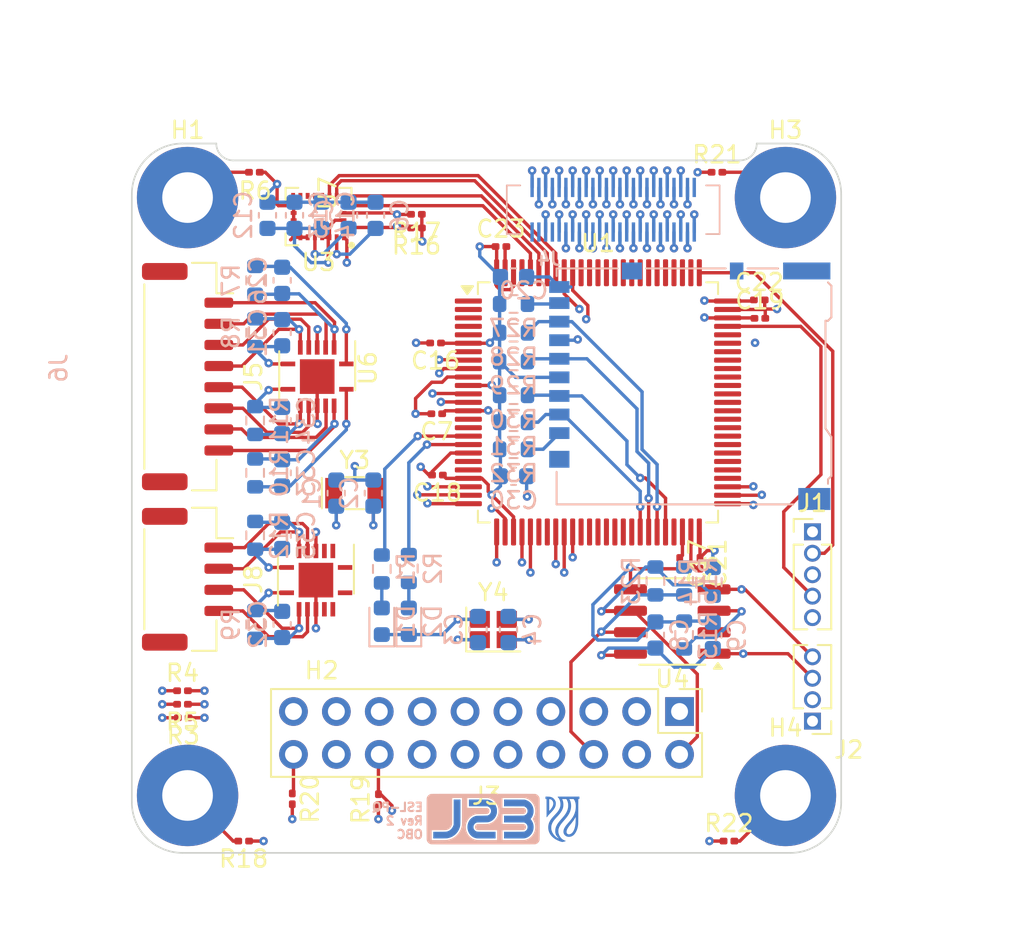
<source format=kicad_pcb>
(kicad_pcb (version 20240108) (generator "pcbnew") (generator_version "8.0")
  (title_block (title "Development of an ADCS for a PocketQube") (date "2023-09-06") (comment 2 "PCB Design") (comment 3 "22619291") (comment 4 "DP Theron"))
  (layers (0 "F.Cu" signal) (1 "In1.Cu" mixed) (2 "In2.Cu" mixed) (31 "B.Cu" signal) (34 "B.Paste" user) (35 "F.Paste" user) (36 "B.SilkS" user "B.Silkscreen") (37 "F.SilkS" user "F.Silkscreen") (38 "B.Mask" user) (39 "F.Mask" user) (44 "Edge.Cuts" user))
  (net 0 "")
  (net 1 "OPA1")
  (net 2 "1-")
  (net 3 "2-")
  (net 4 "OPA2")
  (net 5 "3-")
  (net 6 "OPA3")
  (net 7 "OPA4")
  (net 8 "4-")
  (net 9 "OPA5")
  (net 10 "5-")
  (net 11 "OPA6")
  (net 12 "6-")
  (net 13 "OSC_IN")
  (net 14 "OSC_OUT")
  (net 15 "OSC32_IN")
  (net 16 "OSC32_OUT")
  (net 17 "NRST")
  (net 18 "SPI NSS")
  (net 19 "SPI MOSI")
  (net 20 "SPI SCK")
  (net 21 "SPI MISO")
  (net 22 "1+")
  (net 23 "2+")
  (net 24 "3+")
  (net 25 "4+")
  (net 26 "5+")
  (net 27 "6+")
  (net 28 "SCL")
  (net 29 "SDA")
  (net 32 "/Daughterboard Connector/DB13")
  (net 33 "USART RX")
  (net 34 "USART TX")
  (net 35 "DCap")
  (net 38 "/Daughterboard Connector/DB22")
  (net 43 "SWCLK")
  (net 44 "SWDIO")
  (net 47 "/Daughterboard Connector/DB34")
  (net 48 "/Daughterboard Connector/DB37")
  (net 53 "/Daughterboard Connector/DB35")
  (net 54 "/Daughterboard Connector/DB6")
  (net 65 "SAOG")
  (net 66 "SAOM")
  (net 67 "/Daughterboard Connector/DB3")
  (net 68 "/Daughterboard Connector/DB32")
  (net 69 "CSAG")
  (net 70 "CSM")
  (net 71 "GND")
  (net 72 "Net-(U3-CAP)")
  (net 73 "Net-(U3-C1)")
  (net 75 "Net-(D1-A)")
  (net 76 "Net-(D2-A)")
  (net 77 "Net-(H1-Pad1)")
  (net 78 "Net-(H2-Pad1)")
  (net 79 "Net-(H3-Pad1)")
  (net 80 "Net-(H4-Pad1)")
  (net 81 "Net-(J6-DAT1)")
  (net 82 "Net-(J6-DAT2)")
  (net 83 "3V3")
  (net 84 "PPS")
  (net 85 "5V")
  (net 86 "PWR")
  (net 87 "TX")
  (net 88 "RS-EN")
  (net 89 "RS-A")
  (net 90 "RS-B")
  (net 104 "/Daughterboard Connector/DB10")
  (net 105 "/Daughterboard Connector/DB29")
  (net 109 "/Daughterboard Connector/DB39")
  (net 111 "/Daughterboard Connector/DB25")
  (net 112 "/Daughterboard Connector/DB26")
  (net 114 "/Daughterboard Connector/DB14")
  (net 115 "/Daughterboard Connector/DB5")
  (net 117 "/Daughterboard Connector/DB19")
  (net 124 "/Daughterboard Connector/DB8")
  (net 125 "/Daughterboard Connector/DB2")
  (net 126 "/Daughterboard Connector/DB24")
  (net 127 "/Daughterboard Connector/DB30")
  (net 129 "/Daughterboard Connector/DB18")
  (net 132 "/Daughterboard Connector/DB12")
  (net 134 "/Daughterboard Connector/DB38")
  (net 136 "/Daughterboard Connector/DB33")
  (net 137 "/Daughterboard Connector/DB31")
  (net 140 "/Daughterboard Connector/DB7")
  (net 142 "/Daughterboard Connector/DB23")
  (net 145 "/Daughterboard Connector/DB40")
  (net 149 "S1_3V3")
  (net 150 "S2_3V3")
  (net 151 "/Daughterboard Connector/DB17")
  (net 152 "/Daughterboard Connector/DB11")
  (net 153 "/Daughterboard Connector/DB27")
  (net 154 "/Daughterboard Connector/DB15")
  (net 155 "/Daughterboard Connector/DB21")
  (net 156 "/Daughterboard Connector/DB9")
  (net 157 "/Daughterboard Connector/DB28")
  (net 158 "/Daughterboard Connector/DB4")
  (net 159 "/Daughterboard Connector/DB16")
  (net 160 "/Daughterboard Connector/DB36")
  (net 161 "/Daughterboard Connector/DB1")
  (net 162 "/Daughterboard Connector/DB20")
  (net 167 "I2C-SDA")
  (net 168 "I2C-SCL")
  (net 169 "S1_5V")
  (net 170 "S2_5V")
  (net 171 "Unreg Solar")
  (net 172 "Unreg Bat")
  (net 173 "EPS_RST")
  (footprint "Skripsie:JST_GH_SM04B-GHS-TB_1x04-1MP_P1.25mm_Horizontal" (layer "F.Cu") (at 231.8 48.6 -90)
    (property "Reference" "J8")
    (property "Value" "Conn_01x04_MountingPin")
  )
  (footprint "Skripsie:R_0201_0603Metric" (layer "F.Cu") (at 263.145 24.5)
    (property "Reference" "R21")
    (property "Value" "0")
  )
  (footprint "Skripsie:Crystal_SMD_EuroQuartz_X22-4Pin_2.5x2.0mm" (layer "F.Cu") (at 249.9 51.575)
    (property "Reference" "Y4")
    (property "Value" "80 MHz")
  )
  (footprint "Skripsie:R_0201_0603Metric" (layer "F.Cu") (at 235.12 64.1 180)
    (property "Reference" "R18")
    (property "Value" "0")
  )
  (footprint "Skripsie:PinHeader_1x05_P1.27mm_Vertical" (layer "F.Cu") (at 268.8 45.79)
    (property "Reference" "J1")
    (property "Value" "Conn_01x05")
  )
  (footprint "MountingHole:MountingHole_3mm_Pad" (layer "F.Cu") (at 267.2 61.4)
    (property "Reference" "H4")
    (property "Value" "MountingHole_Pad")
  )
  (footprint "Skripsie:LGA-24L_3x3.5mm_P0.43mm" (layer "F.Cu") (at 239.555 27.125 180)
    (property "Reference" "U3")
    (property "Value" "LSM9DS1TR")
  )
  (footprint "Skripsie:R_0201_0603Metric" (layer "F.Cu") (at 235.755 24.5 180)
    (property "Reference" "R6")
    (property "Value" "0")
  )
  (footprint "MountingHole:MountingHole_3mm_Pad" (layer "F.Cu") (at 267.2 26)
    (property "Reference" "H3")
    (property "Value" "MountingHole_Pad")
  )
  (footprint "Skripsie:PinHeader_1x04_P1.27mm_Vertical" (layer "F.Cu") (at 268.8 57 180)
    (property "Reference" "J2")
    (property "Value" "Conn_01x04")
  )
  (footprint "Skripsie:Crystal_SMD_EuroQuartz_EQ161-2Pin_3.2x1.5mm" (layer "F.Cu") (at 241.7 43.5)
    (property "Reference" "Y3")
    (property "Value" "32.768 kHz")
  )
  (footprint "Skripsie:R_0201_0603Metric" (layer "F.Cu") (at 243.1 61.645 90)
    (property "Reference" "R19")
    (property "Value" "R")
  )
  (footprint "Package_QFP:LQFP-100_14x14mm_P0.5mm" (layer "F.Cu") (at 256.1 38.125)
    (property "Reference" "U1")
    (property "Value" "STM32L496VGTxP")
  )
  (footprint "Skripsie:R_0201_0603Metric" (layer "F.Cu") (at 231.5 55.2)
    (property "Reference" "R4")
    (property "Value" "0")
  )
  (footprint "ESL_PQ:ESL_PQ_Main_Header" (layer "F.Cu") (at 249.5 56.43)
    (property "Reference" "J3")
    (property "Value" "ESL_PQ_MainHeader")
  )
  (footprint "Skripsie:C_0201_0603Metric" (layer "F.Cu") (at 246.485 34.61 180)
    (property "Reference" "C16")
    (property "Value" "10u")
  )
  (footprint "MountingHole:MountingHole_3mm_Pad" (layer "F.Cu") (at 231.8 61.4)
    (property "Reference" "H2")
    (property "Value" "MountingHole_Pad")
  )
  (footprint "Skripsie:C_0201_0603Metric" (layer "F.Cu") (at 265.65 32.06)
    (property "Reference" "C22")
    (property "Value" "100n")
  )
  (footprint "Skripsie:R_0201_0603Metric" (layer "F.Cu") (at 238 61.6 -90)
    (property "Reference" "R20")
    (property "Value" "R")
  )
  (footprint "Skripsie:C_0201_0603Metric" (layer "F.Cu") (at 246.595 42.43 180)
    (property "Reference" "C18")
    (property "Value" "100n")
  )
  (footprint "Skripsie:R_0201_0603Metric" (layer "F.Cu") (at 231.545 56.8 180)
    (property "Reference" "R3")
    (property "Value" "0")
  )
  (footprint "Package_SO:SOIC-8_3.9x4.9mm_P1.27mm" (layer "F.Cu") (at 260.5 51.1 180)
    (property "Reference" "U4")
    (property "Value" "LTC2850HDD#PBF")
  )
  (footprint "Skripsie:R_0201_0603Metric" (layer "F.Cu") (at 245.355 27.8 180)
    (property "Reference" "R16")
    (property "Value" "R")
  )
  (footprint "Skripsie:C_0201_0603Metric" (layer "F.Cu") (at 246.555 38.8 180)
    (property "Reference" "C7")
    (property "Value" "100n")
  )
  (footprint "Skripsie:JST_GH_SM08B-GHS-TB_1x08-1MP_P1.25mm_Horizontal" (layer "F.Cu") (at 231.8 36.6 -90)
    (property "Reference" "J5")
    (property "Value" "Conn_01x08_MountingPin")
  )
  (footprint "Skripsie:C_0201_0603Metric" (layer "F.Cu") (at 262.14 47.65 -90)
    (property "Reference" "C21")
    (property "Value" "100n")
  )
  (footprint "Skripsie:C_0201_0603Metric" (layer "F.Cu") (at 250.355 28.9)
    (property "Reference" "C23")
    (property "Value" "100n")
  )
  (footprint "Skripsie:R_0201_0603Metric" (layer "F.Cu") (at 231.5 56 180)
    (property "Reference" "R5")
    (property "Value" "0")
  )
  (footprint "MountingHole:MountingHole_3mm_Pad" (layer "F.Cu") (at 231.8 26)
    (property "Reference" "H1")
    (property "Value" "MountingHole_Pad")
  )
  (footprint "Skripsie:R_0201_0603Metric" (layer "F.Cu") (at 245.35 26.99 180)
    (property "Reference" "R17")
    (property "Value" "R")
  )
  (footprint "Skripsie:R_0201_0603Metric" (layer "F.Cu") (at 263.855 64.1)
    (property "Reference" "R22")
    (property "Value" "0")
  )
  (footprint "Skripsie:Texas_S-PVQFN-N14" (layer "F.Cu") (at 239.4 48.65 -90)
    (property "Reference" "U7")
    (property "Value" "OPA4330")
  )
  (footprint "Skripsie:C_0201_0603Metric" (layer "F.Cu") (at 260.94 47.66 -90)
    (property "Reference" "C17")
    (property "Value" "100n")
  )
  (footprint "Skripsie:C_0201_0603Metric" (layer "F.Cu") (at 265.685 33.15)
    (property "Reference" "C19")
    (property "Value" "100n")
  )
  (footprint "Skripsie:Texas_S-PVQFN-N14" (layer "F.Cu") (at 239.475 36.6 -90)
    (property "Reference" "U6")
    (property "Value" "OPA4330")
  )
  (footprint "Capacitor_SMD:C_0603_1608Metric" (layer "B.Cu") (at 259.5 51.9 90)
    (property "Reference" "C8")
    (property "Value" "100n")
  )
  (footprint "Resistor_SMD:R_0603_1608Metric" (layer "B.Cu") (at 243.3 47.9875 90)
    (property "Reference" "R1")
    (property "Value" "165")
  )
  (footprint "Capacitor_SMD:C_0603_1608Metric" (layer "B.Cu") (at 239.73 27.05 90)
    (property "Reference" "C14")
    (property "Value" "10u")
  )
  (footprint "Resistor_SMD:R_0603_1608Metric" (layer "B.Cu") (at 251.1 37.7)
    (property "Reference" "R30")
    (property "Value" "4k7")
  )
  (footprint "LOGO" (layer "B.Cu") (at 249.3 62.8 180)
    (property "Reference" "G***" (hide yes))
    (property "Value" "LOGO" (hide yes))
  )
  (footprint "Resistor_SMD:R_0603_1608Metric" (layer "B.Cu") (at 235.8 42.3 90)
    (property "Reference" "R10")
    (property "Value" "470")
  )
  (footprint "Capacitor_SMD:C_0603_1608Metric" (layer "B.Cu") (at 237.4 46 90)
    (property "Reference" "C35")
    (property "Value" "220p")
  )
  (footprint "Capacitor_SMD:C_0603_1608Metric" (layer "B.Cu") (at 249 51.575 -90)
    (property "Reference" "C3")
    (property "Value" "12p")
  )
  (footprint "Resistor_SMD:R_0603_1608Metric" (layer "B.Cu") (at 235.8 46 90)
    (property "Reference" "R12")
    (property "Value" "470")
  )
  (footprint "Capacitor_SMD:C_0603_1608Metric" (layer "B.Cu") (at 237.4 30.9 -90)
    (property "Reference" "C26")
    (property "Value" "220p")
  )
  (footprint "Capacitor_SMD:C_0603_1608Metric" (layer "B.Cu") (at 238.13 27.05 90)
    (property "Reference" "C13")
    (property "Value" "100n")
  )
  (footprint "Resistor_SMD:R_0603_1608Metric" (layer "B.Cu") (at 235.8 34 -90)
    (property "Reference" "R8")
    (property "Value" "470")
  )
  (footprint "Resistor_SMD:R_0603_1608Metric" (layer "B.Cu") (at 251.1 32.3)
    (property "Reference" "R27")
    (property "Value" "4k7")
  )
  (footprint "Resistor_SMD:R_0603_1608Metric" (layer "B.Cu") (at 235.8 51.275 -90)
    (property "Reference" "R9")
    (property "Value" "470")
  )
  (footprint "Capacitor_SMD:C_0603_1608Metric" (layer "B.Cu") (at 262.9 51.925 90)
    (property "Reference" "C9")
    (property "Value" "10u")
  )
  (footprint "Resistor_SMD:R_0603_1608Metric" (layer "B.Cu") (at 244.9 47.9625 90)
    (property "Reference" "R2")
    (property "Value" "165")
  )
  (footprint "Resistor_SMD:R_0603_1608Metric" (layer "B.Cu") (at 235.8 30.9 -90)
    (property "Reference" "R7")
    (property "Value" "470")
  )
  (footprint "Resistor_SMD:R_0603_1608Metric" (layer "B.Cu") (at 251.1 34)
    (property "Reference" "R28")
    (property "Value" "4k7")
  )
  (footprint "Capacitor_SMD:C_0603_1608Metric" (layer "B.Cu") (at 251.1 30.7)
    (property "Reference" "C20")
    (property "Value" "100n")
  )
  (footprint "Resistor_SMD:R_0603_1608Metric" (layer "B.Cu") (at 251.1 35.7)
    (property "Reference" "R29")
    (property "Value" "4k7")
  )
  (footprint "Capacitor_SMD:C_0603_1608Metric" (layer "B.Cu") (at 241.33 27.05 -90)
    (property "Reference" "C5")
    (property "Value" "10n")
  )
  (footprint "Capacitor_SMD:C_0603_1608Metric" (layer "B.Cu") (at 251.1 42.5)
    (property "Reference" "C30")
    (property "Value" "10u")
  )
  (footprint "Skripsie:microSD_HC_Hirose_DM3AT-SF-PEJM5" (layer "B.Cu") (at 261.535 37.17 -90)
    (property "Reference" "J6")
    (property "Value" "Micro_SD_Card")
  )
  (footprint "Capacitor_SMD:C_0603_1608Metric" (layer "B.Cu") (at 237.4 42.3 90)
    (property "Reference" "C33")
    (property "Value" "220p")
  )
  (footprint "Capacitor_SMD:C_0603_1608Metric" (layer "B.Cu") (at 242.8 43.5 -90)
    (property "Reference" "C2")
    (property "Value" "8p")
  )
  (footprint "Capacitor_SMD:C_0603_1608Metric" (layer "B.Cu") (at 237.4 39.2 90)
    (property "Reference" "C34")
    (property "Value" "220p")
  )
  (footprint "LED_SMD:LED_0603_1608Metric" (layer "B.Cu") (at 243.3 51.0875 90)
    (property "Reference" "D1")
    (property "Value" "LED")
  )
  (footprint "Capacitor_SMD:C_0603_1608Metric" (layer "B.Cu") (at 237.4 34 -90)
    (property "Reference" "C31")
    (property "Value" "220p")
  )
  (footprint "Capacitor_SMD:C_0603_1608Metric" (layer "B.Cu") (at 236.53 27.05 -90)
    (property "Reference" "C12")
    (property "Value" "100n")
  )
  (footprint "Resistor_SMD:R_0603_1608Metric" (layer "B.Cu") (at 251.1 39.3)
    (property "Reference" "R31")
    (property "Value" "4k7")
  )
  (footprint "Resistor_SMD:R_0603_1608Metric" (layer "B.Cu") (at 251.1 40.9)
    (property "Reference" "R32")
    (property "Value" "4k7")
  )
  (footprint "LOGO" (layer "B.Cu") (at 249.3 62.8 180)
    (property "Reference" "G***" (hide yes))
    (property "Value" "LOGO" (hide yes))
  )
  (footprint "Capacitor_SMD:C_0603_1608Metric" (layer "B.Cu") (at 242.93 27.05 90)
    (property "Reference" "C6")
    (property "Value" "100n")
  )
  (footprint "LED_SMD:LED_0603_1608Metric" (layer "B.Cu") (at 244.9 51.0875 90)
    (property "Reference" "D2")
    (property "Value" "LED")
  )
  (footprint "Resistor_SMD:R_0603_1608Metric" (layer "B.Cu") (at 261.2 48.7 90)
    (property "Reference" "R15")
    (property "Value" "4k7")
  )
  (footprint "Resistor_SMD:R_0603_1608Metric" (layer "B.Cu") (at 235.8 39.2 90)
    (property "Reference" "R11")
    (property "Value" "470")
  )
  (footprint "Resistor_SMD:R_0603_1608Metric" (layer "B.Cu") (at 261.2 51.9 90)
    (property "Reference" "R13")
    (property "Value" "4k7")
  )
  (footprint "Capacitor_SMD:C_0603_1608Metric" (layer "B.Cu") (at 237.4 51.275 -90)
    (property "Reference" "C32")
    (property "Value" "220p")
  )
  (footprint "Capacitor_SMD:C_0603_1608Metric" (layer "B.Cu") (at 240.6 43.5 -90)
    (property "Reference" "C1")
    (property "Value" "8p")
  )
  (footprint "LOGO" (layer "B.Cu") (at 254 62.8 180)
    (property "Reference" "G***" (hide yes))
    (property "Value" "LOGO" (hide yes))
  )
  (footprint "Skripsie:HRS_DF40C-50DS-0.4V(51)" (layer "B.Cu") (at 257 26.72)
    (property "Reference" "J4")
    (property "Value" "Conn_02x20_Odd_Even")
  )
  (footprint "Resistor_SMD:R_0603_1608Metric" (layer "B.Cu") (at 262.9 48.775 -90)
    (property "Reference" "R14")
    (property "Value" "4k7")
  )
  (footprint "Capacitor_SMD:C_0603_1608Metric" (layer "B.Cu") (at 250.8 51.575 90)
    (property "Reference" "C4")
    (property "Value" "12p")
  )
  (footprint "Resistor_SMD:R_0603_1608Metric" (layer "B.Cu") (at 259.5 48.7 -90)
    (property "Reference" "R23")
    (property "Value" "120k")
  )
  (gr_arc (start 267.5 22.8) (mid 269.62132 23.67868) (end 270.5 25.8) (stroke (width 0.1)) (layer "Edge.Cuts"))
  (gr_arc (start 231.5 64.8) (mid 229.37868 63.92132) (end 228.5 61.8) (stroke (width 0.1)) (layer "Edge.Cuts"))
  (gr_line (start 231.5 22.8) (end 233.5 22.8) (stroke (width 0.1)) (layer "Edge.Cuts"))
  (gr_arc (start 228.5 25.8) (mid 229.37868 23.67868) (end 231.5 22.8) (stroke (width 0.1)) (layer "Edge.Cuts"))
  (gr_line (start 234.5 23.8) (end 264.5 23.8) (stroke (width 0.1)) (layer "Edge.Cuts"))
  (gr_line (start 231.5 64.8) (end 267.5 64.8) (stroke (width 0.1)) (layer "Edge.Cuts"))
  (gr_line (start 270.5 61.8) (end 270.5 25.8) (stroke (width 0.1)) (layer "Edge.Cuts"))
  (gr_arc (start 265.5 22.8) (mid 265.207107 23.507107) (end 264.5 23.8) (stroke (width 0.1)) (layer "Edge.Cuts"))
  (gr_arc (start 270.5 61.8) (mid 269.62132 63.92132) (end 267.5 64.8) (stroke (width 0.1)) (layer "Edge.Cuts"))
  (gr_line (start 265.5 22.8) (end 267.5 22.8) (stroke (width 0.1)) (layer "Edge.Cuts"))
  (gr_line (start 228.5 25.8) (end 228.5 61.8) (stroke (width 0.1)) (layer "Edge.Cuts"))
  (gr_arc (start 234.5 23.8) (mid 233.792893 23.507107) (end 233.5 22.8) (stroke (width 0.1)) (layer "Edge.Cuts"))
  (gr_text "ESL-PQ\nRev 2\nOBC" (at 245.8 64 0) (layer "B.SilkS") (effects (font (size 0.5 0.5) (thickness 0.125) (bold yes)) (justify left bottom mirror)))
  (via (at 261 27) (size 0.5) (drill 0.2) (layers "F.Cu" "B.Cu") (net 0))
  (via (at 261 24.4) (size 0.5) (drill 0.2) (layers "F.Cu" "B.Cu") (net 0))
  (via (at 260.2 24.4) (size 0.5) (drill 0.2) (layers "F.Cu" "B.Cu") (net 0))
  (via (at 260.6 26.4) (size 0.5) (drill 0.2) (layers "F.Cu" "B.Cu") (net 0))
  (via (at 260.2 27) (size 0.5) (drill 0.2) (layers "F.Cu" "B.Cu") (net 0))
  (via (at 261.8 27) (size 0.5) (drill 0.2) (layers "F.Cu" "B.Cu") (net 0))
  (via (at 260.6 29) (size 0.5) (drill 0.2) (layers "F.Cu" "B.Cu") (net 0))
  (via (at 261.4 29) (size 0.5) (drill 0.2) (layers "F.Cu" "B.Cu") (net 0))
  (via (at 261.4 26.4) (size 0.5) (drill 0.2) (layers "F.Cu" "B.Cu") (net 0))
  (segment (start 260.2 25.4) (end 260.2 24.4) (width 0.2) (layer "B.Cu") (net 0))
  (segment (start 261.4 28.04) (end 261.4 29) (width 0.2) (layer "B.Cu") (net 0))
  (segment (start 261.4 25.4) (end 261.4 26.4) (width 0.2) (layer "B.Cu") (net 0))
  (segment (start 260.6 28.04) (end 260.6 29) (width 0.2) (layer "B.Cu") (net 0))
  (segment (start 260.2 28.04) (end 260.2 27) (width 0.2) (layer "B.Cu") (net 0))
  (segment (start 261.8 28.04) (end 261.8 27) (width 0.2) (layer "B.Cu") (net 0))
  (segment (start 261 25.4) (end 261 24.4) (width 0.2) (layer "B.Cu") (net 0))
  (segment (start 260.6 25.4) (end 260.6 26.4) (width 0.2) (layer "B.Cu") (net 0))
  (segment (start 261 28.04) (end 261 27) (width 0.2) (layer "B.Cu") (net 0))
  (segment (start 246.025 43.125) (end 248.425 43.125) (width 0.2) (layer "F.Cu") (net 1))
  (segment (start 246 43.1) (end 246.025 43.125) (width 0.2) (layer "F.Cu") (net 1))
  (segment (start 241.2 35.85) (end 241.2 33.8) (width 0.2) (layer "F.Cu") (net 1))
  (via (at 246 43.1) (size 0.5) (drill 0.2) (layers "F.Cu" "B.Cu") (net 1))
  (via (at 241.2 33.8) (size 0.5) (drill 0.2) (layers "F.Cu" "B.Cu") (net 1))
  (segment (start 241.2 33.45) (end 241.2 33.8) (width 0.2) (layer "B.Cu") (net 1))
  (segment (start 237.875 30.125) (end 241.2 33.45) (width 0.2) (layer "B.Cu") (net 1))
  (segment (start 235.8 30.075) (end 237.35 30.075) (width 0.2) (layer "B.Cu") (net 1))
  (segment (start 237.35 30.075) (end 237.4 30.125) (width 0.2) (layer "B.Cu") (net 1))
  (segment (start 237.4 30.125) (end 237.875 30.125) (width 0.2) (layer "B.Cu") (net 1))
  (segment (start 239.349264 32.225) (end 233.65 32.225) (width 0.2) (layer "F.Cu") (net 2))
  (segment (start 240.475 34.875) (end 240.475 33.825) (width 0.2) (layer "F.Cu") (net 2))
  (segment (start 240.5 33.375736) (end 239.349264 32.225) (width 0.2) (layer "F.Cu") (net 2))
  (segment (start 240.5 33.8) (end 240.5 33.375736) (width 0.2) (layer "F.Cu") (net 2))
  (segment (start 240.475 33.825) (end 240.5 33.8) (width 0.2) (layer "F.Cu") (net 2))
  (via (at 240.5 33.8) (size 0.5) (drill 0.2) (layers "F.Cu" "B.Cu") (net 2))
  (segment (start 235.8 31.725) (end 237.375 31.725) (width 0.2) (layer "B.Cu") (net 2))
  (segment (start 237.375 31.725) (end 237.4 31.7) (width 0.2) (layer "B.Cu") (net 2))
  (segment (start 237.4 31.7) (end 238.4 31.7) (width 0.2) (layer "B.Cu") (net 2))
  (segment (start 238.4 31.7) (end 240.5 33.8) (width 0.2) (layer "B.Cu") (net 2))
  (segment (start 238.475 33.875) (end 238.4 33.8) (width 0.2) (layer "F.Cu") (net 3))
  (segment (start 238.4 33.8) (end 237.2 33.8) (width 0.2) (layer "F.Cu") (net 3))
  (segment (start 237.2 33.8) (end 235.025 35.975) (width 0.2) (layer "F.Cu") (net 3))
  (segment (start 235.025 35.975) (end 233.65 35.975) (width 0.2) (layer "F.Cu") (net 3))
  (segment (start 238.475 34.875) (end 238.475 33.875) (width 0.2) (layer "F.Cu") (net 3))
  (via (at 238.4 33.8) (size 0.5) (drill 0.2) (layers "F.Cu" "B.Cu") (net 3))
  (segment (start 237.4 33.225) (end 237.825 33.225) (width 0.2) (layer "B.Cu") (net 3))
  (segment (start 237.35 33.175) (end 237.4 33.225) (width 0.2) (layer "B.Cu") (net 3))
  (segment (start 235.8 33.175) (end 237.35 33.175) (width 0.2) (layer "B.Cu") (net 3))
  (segment (start 237.825 33.225) (end 238.4 33.8) (width 0.2) (layer "B.Cu") (net 3))
  (segment (start 236.65 35.85) (end 236.6 35.8) (width 0.2) (layer "F.Cu") (net 4))
  (segment (start 248.4 43.6) (end 248.425 43.625) (width 0.2) (layer "F.Cu") (net 4))
  (segment (start 237.75 35.85) (end 236.65 35.85) (width 0.2) (layer "F.Cu") (net 4))
  (segment (start 245.4 43.6) (end 248.4 43.6) (width 0.2) (layer "F.Cu") (net 4))
  (via (at 245.4 43.6) (size 0.5) (drill 0.2) (layers "F.Cu" "B.Cu") (net 4))
  (via (at 236.6 35.8) (size 0.5) (drill 0.2) (layers "F.Cu" "B.Cu") (net 4))
  (segment (start 236.6 35.8) (end 236.5 35.9) (width 0.2) (layer "B.Cu") (net 4))
  (segment (start 237.35 34.825) (end 237.4 34.775) (width 0.2) (layer "B.Cu") (net 4))
  (segment (start 235.8 35) (end 236.6 35.8) (width 0.2) (layer "B.Cu") (net 4))
  (segment (start 235.8 34.825) (end 237.35 34.825) (width 0.2) (layer "B.Cu") (net 4))
  (segment (start 235.8 34.825) (end 235.8 35) (width 0.2) (layer "B.Cu") (net 4))
  (segment (start 238.475 38.325) (end 238.475 39.325) (width 0.2) (layer "F.Cu") (net 5))
  (segment (start 237.2 39.4) (end 235.025 37.225) (width 0.2) (layer "F.Cu") (net 5))
  (segment (start 238.4 39.4) (end 237.2 39.4) (width 0.2) (layer "F.Cu") (net 5))
  (segment (start 235.025 37.225) (end 233.65 37.225) (width 0.2) (layer "F.Cu") (net 5))
  (segment (start 238.475 39.325) (end 238.4 39.4) (width 0.2) (layer "F.Cu") (net 5))
  (via (at 238.4 39.4) (size 0.5) (drill 0.2) (layers "F.Cu" "B.Cu") (net 5))
  (segment (start 235.8 40.025) (end 237.35 40.025) (width 0.2) (layer "B.Cu") (net 5))
  (segment (start 237.825 39.975) (end 238.4 39.4) (width 0.2) (layer "B.Cu") (net 5))
  (segment (start 237.35 40.025) (end 237.4 39.975) (width 0.2) (layer "B.Cu") (net 5))
  (segment (start 237.4 39.975) (end 237.825 39.975) (width 0.2) (layer "B.Cu") (net 5))
  (segment (start 237.75 37.35) (end 236.65 37.35) (width 0.2) (layer "F.Cu") (net 6))
  (segment (start 246 44.1) (end 246.025 44.125) (width 0.2) (layer "F.Cu") (net 6))
  (segment (start 246.025 44.125) (end 248.425 44.125) (width 0.2) (layer "F.Cu") (net 6))
  (segment (start 236.65 37.35) (end 236.6 37.4) (width 0.2) (layer "F.Cu") (net 6))
  (via (at 236.6 37.4) (size 0.5) (drill 0.2) (layers "F.Cu" "B.Cu") (net 6))
  (via (at 246 44.1) (size 0.5) (drill 0.2) (layers "F.Cu" "B.Cu") (net 6))
  (segment (start 235.85 38.425) (end 235.8 38.375) (width 0.2) (layer "B.Cu") (net 6))
  (segment (start 235.8 38.2) (end 236.6 37.4) (width 0.2) (layer "B.Cu") (net 6))
  (segment (start 237.4 38.425) (end 235.85 38.425) (width 0.2) (layer "B.Cu") (net 6))
  (segment (start 235.8 38.375) (end 235.8 38.2) (width 0.2) (layer "B.Cu") (net 6))
  (segment (start 250.1 47.6) (end 250.1 45.8) (width 0.2) (layer "F.Cu") (net 7))
  (segment (start 241.2 37.35) (end 241.2 39.4) (width 0.2) (layer "F.Cu") (net 7))
  (via (at 241.2 39.4) (size 0.5) (drill 0.2) (layers "F.Cu" "B.Cu") (net 7))
  (via (at 250.1 47.6) (size 0.5) (drill 0.2) (layers "F.Cu" "B.Cu") (net 7))
  (segment (start 237.35 43.125) (end 237.4 43.075) (width 0.2) (layer "B.Cu") (net 7))
  (segment (start 237.4 43.075) (end 237.875 43.075) (width 0.2) (layer "B.Cu") (net 7))
  (segment (start 241.2 39.75) (end 241.2 39.4) (width 0.2) (layer "B.Cu") (net 7))
  (segment (start 237.875 43.075) (end 241.2 39.75) (width 0.2) (layer "B.Cu") (net 7))
  (segment (start 235.8 43.125) (end 237.35 43.125) (width 0.2) (layer "B.Cu") (net 7))
  (segment (start 240.475 38.325) (end 240.475 39.375) (width 0.2) (layer "F.Cu") (net 8))
  (segment (start 240.475 39.375) (end 240.5 39.4) (width 0.2) (layer "F.Cu") (net 8))
  (segment (start 240.5 39.531371) (end 239.056371 40.975) (width 0.2) (layer "F.Cu") (net 8))
  (segment (start 239.056371 40.975) (end 233.65 40.975) (width 0.2) (layer "F.Cu") (net 8))
  (segment (start 240.5 39.4) (end 240.5 39.531371) (width 0.2) (layer "F.Cu") (net 8))
  (via (at 240.5 39.4) (size 0.5) (drill 0.2) (layers "F.Cu" "B.Cu") (net 8))
  (segment (start 235.8 41.475) (end 237.35 41.475) (width 0.2) (layer "B.Cu") (net 8))
  (segment (start 237.4 41.525) (end 238.375 41.525) (width 0.2) (layer "B.Cu") (net 8))
  (segment (start 237.35 41.475) (end 237.4 41.525) (width 0.2) (layer "B.Cu") (net 8))
  (segment (start 238.375 41.525) (end 240.5 39.4) (width 0.2) (layer "B.Cu") (net 8))
  (segment (start 237.675 49.4) (end 236.6 49.4) (width 0.2) (layer "F.Cu") (net 9))
  (segment (start 252.1 48.2) (end 252.1 45.8) (width 0.2) (layer "F.Cu") (net 9))
  (via (at 252.1 48.2) (size 0.5) (drill 0.2) (layers "F.Cu" "B.Cu") (net 9))
  (via (at 236.6 49.4) (size 0.5) (drill 0.2) (layers "F.Cu" "B.Cu") (net 9))
  (segment (start 237.35 50.375) (end 237.4 50.425) (width 0.2) (layer "B.Cu") (net 9))
  (segment (start 235.8 50.45) (end 237.35 50.45) (width 0.2) (layer "B.Cu") (net 9))
  (segment (start 235.8 50.45) (end 235.8 50.2) (width 0.2) (layer "B.Cu") (net 9))
  (segment (start 237.35 50.45) (end 237.4 50.5) (width 0.2) (layer "B.Cu") (net 9))
  (segment (start 236.6 49.4) (end 236.6 49.575) (width 0.2) (layer "B.Cu") (net 9))
  (segment (start 235.8 50.2) (end 236.6 49.4) (width 0.2) (layer "B.Cu") (net 9))
  (segment (start 235.125 49.225) (end 233.65 49.225) (width 0.2) (layer "F.Cu") (net 10))
  (segment (start 237.4 51.5) (end 235.125 49.225) (width 0.2) (layer "F.Cu") (net 10))
  (segment (start 238.4 51.5) (end 237.4 51.5) (width 0.2) (layer "F.Cu") (net 10))
  (segment (start 238.4 50.375) (end 238.4 51.5) (width 0.2) (layer "F.Cu") (net 10))
  (via (at 238.4 51.5) (size 0.5) (drill 0.2) (layers "F.Cu" "B.Cu") (net 10))
  (segment (start 235.8 52.1) (end 237.35 52.1) (width 0.2) (layer "B.Cu") (net 10))
  (segment (start 237.35 52.025) (end 237.4 51.975) (width 0.2) (layer "B.Cu") (net 10))
  (segment (start 237.85 52.05) (end 238.4 51.5) (width 0.2) (layer "B.Cu") (net 10))
  (segment (start 237.4 52.05) (end 237.85 52.05) (width 0.2) (layer "B.Cu") (net 10))
  (segment (start 237.35 52.1) (end 237.4 52.05) (width 0.2) (layer "B.Cu") (net 10))
  (segment (start 251.6 47.6) (end 251.6 45.8) (width 0.2) (layer "F.Cu") (net 11))
  (segment (start 237.675 47.9) (end 236.6 47.9) (width 0.2) (layer "F.Cu") (net 11))
  (via (at 251.6 47.6) (size 0.5) (drill 0.2) (layers "F.Cu" "B.Cu") (net 11))
  (via (at 236.6 47.9) (size 0.5) (drill 0.2) (layers "F.Cu" "B.Cu") (net 11))
  (segment (start 235.8 46.825) (end 237.35 46.825) (width 0.2) (layer "B.Cu") (net 11))
  (segment (start 237.35 46.825) (end 237.4 46.775) (width 0.2) (layer "B.Cu") (net 11))
  (segment (start 235.8 46.825) (end 235.8 47.1) (width 0.2) (layer "B.Cu") (net 11))
  (segment (start 235.8 47.1) (end 236.6 47.9) (width 0.2) (layer "B.Cu") (net 11))
  (segment (start 238.4 46.925) (end 238.4 45.8) (width 0.2) (layer "F.Cu") (net 12))
  (segment (start 237.3 45.8) (end 235.125 47.975) (width 0.2) (layer "F.Cu") (net 12))
  (segment (start 238.4 45.8) (end 237.3 45.8) (width 0.2) (layer "F.Cu") (net 12))
  (segment (start 235.125 47.975) (end 233.65 47.975) (width 0.2) (layer "F.Cu") (net 12))
  (via (at 238.4 45.8) (size 0.5) (drill 0.2) (layers "F.Cu" "B.Cu") (net 12))
  (segment (start 235.85 45.225) (end 235.8 45.175) (width 0.2) (layer "B.Cu") (net 12))
  (segment (start 237.4 45.225) (end 237.825 45.225) (width 0.2) (layer "B.Cu") (net 12))
  (segment (start 237.4 45.225) (end 235.85 45.225) (width 0.2) (layer "B.Cu") (net 12))
  (segment (start 237.825 45.225) (end 238.4 45.8) (width 0.2) (layer "B.Cu") (net 12))
  (segment (start 248.4 37.6) (end 248.425 37.625) (width 0.2) (layer "F.Cu") (net 13))
  (segment (start 249.1 52.175) (end 247.8 52.175) (width 0.2) (layer "F.Cu") (net 13))
  (segment (start 246.3 37.6) (end 248.4 37.6) (width 0.2) (layer "F.Cu") (net 13))
  (via (at 247.8 52.175) (size 0.5) (drill 0.2) (layers "F.Cu" "B.Cu") (net 13))
  (via (at 246.3 37.6) (size 0.5) (drill 0.2) (layers "F.Cu" "B.Cu") (net 13))
  (segment (start 247.8 52.175) (end 248.825 52.175) (width 0.2) (layer "B.Cu") (net 13))
  (segment (start 248.825 52.175) (end 249 52.35) (width 0.2) (layer "B.Cu") (net 13))
  (segment (start 248.4 38.1) (end 248.425 38.125) (width 0.2) (layer "F.Cu") (net 14))
  (segment (start 246.8 38.1) (end 248.4 38.1) (width 0.2) (layer "F.Cu") (net 14))
  (segment (start 250.7 50.975) (end 252 50.975) (width 0.2) (layer "F.Cu") (net 14))
  (via (at 246.8 38.1) (size 0.5) (drill 0.2) (layers "F.Cu" "B.Cu") (net 14))
  (via (at 252 50.975) (size 0.5) (drill 0.2) (layers "F.Cu" "B.Cu") (net 14))
  (segment (start 250.975 50.975) (end 250.8 50.8) (width 0.2) (layer "B.Cu") (net 14))
  (segment (start 252 50.975) (end 250.975 50.975) (width 0.2) (layer "B.Cu") (net 14))
  (segment (start 248.4 35.6) (end 248.425 35.625) (width 0.2) (layer "F.Cu") (net 15))
  (segment (start 240.6 45.4) (end 240.6 43.65) (width 0.2) (layer "F.Cu") (net 15))
  (segment (start 246.7 35.6) (end 248.4 35.6) (width 0.2) (layer "F.Cu") (net 15))
  (segment (start 240.6 43.65) (end 240.45 43.5) (width 0.2) (layer "F.Cu") (net 15))
  (via (at 246.7 35.6) (size 0.5) (drill 0.2) (layers "F.Cu" "B.Cu") (net 15))
  (via (at 240.6 45.4) (size 0.5) (drill 0.2) (layers "F.Cu" "B.Cu") (net 15))
  (segment (start 240.6 44.275) (end 240.6 45.4) (width 0.2) (layer "B.Cu") (net 15))
  (segment (start 242.8 45.4) (end 242.8 43.65) (width 0.2) (layer "F.Cu") (net 16))
  (segment (start 242.8 43.65) (end 242.95 43.5) (width 0.2) (layer "F.Cu") (net 16))
  (segment (start 246.975 36.125) (end 248.425 36.125) (width 0.2) (layer "F.Cu") (net 16))
  (segment (start 246.7 36.4) (end 246.975 36.125) (width 0.2) (layer "F.Cu") (net 16))
  (via (at 246.7 36.4) (size 0.5) (drill 0.2) (layers "F.Cu" "B.Cu") (net 16))
  (via (at 242.8 45.4) (size 0.5) (drill 0.2) (layers "F.Cu" "B.Cu") (net 16))
  (segment (start 242.8 44.275) (end 242.8 45.4) (width 0.2) (layer "B.Cu") (net 16))
  (segment (start 247.05 38.625) (end 246.875 38.8) (width 0.2) (layer "F.Cu") (net 17))
  (segment (start 248.425 38.625) (end 247.05 38.625) (width 0.2) (layer "F.Cu") (net 17))
  (segment (start 248.425 38.625) (end 249.575 38.625) (width 0.2) (layer "F.Cu") (net 17))
  (segment (start 249.575 38.625) (end 249.6 38.6) (width 0.2) (layer "F.Cu") (net 17))
  (via (at 249.6 38.6) (size 0.5) (drill 0.2) (layers "F.Cu" "B.Cu") (net 17))
  (segment (start 258.6 44.3) (end 258.6 45.8) (width 0.2) (layer "F.Cu") (net 18))
  (via (at 258.6 44.3) (size 0.5) (drill 0.2) (layers "F.Cu" "B.Cu") (net 18))
  (segment (start 251.925 39.3) (end 252.55 39.3) (width 0.2) (layer "B.Cu") (net 18))
  (segment (start 252.55 39.3) (end 253.005 38.845) (width 0.2) (layer "B.Cu") (net 18))
  (segment (start 254.06 38.845) (end 253.81 38.845) (width 0.2) (layer "B.Cu") (net 18))
  (segment (start 258.6 44.3) (end 258.6 43.385) (width 0.2) (layer "B.Cu") (net 18))
  (segment (start 258.6 43.385) (end 254.06 38.845) (width 0.2) (layer "B.Cu") (net 18))
  (segment (start 253.005 38.845) (end 253.81 38.845) (width 0.2) (layer "B.Cu") (net 18))
  (segment (start 258.9 42.6) (end 258.6 42.6) (width 0.2) (layer "F.Cu") (net 19))
  (segment (start 260.1 43.8) (end 258.9 42.6) (width 0.2) (layer "F.Cu") (net 19))
  (segment (start 260.1 43.8) (end 260.1 45.8) (width 0.2) (layer "F.Cu") (net 19))
  (via (at 258.6 42.6) (size 0.5) (drill 0.2) (layers "F.Cu" "B.Cu") (net 19))
  (segment (start 253.765 37.7) (end 253.81 37.745) (width 0.2) (layer "B.Cu") (net 19))
  (segment (start 253.81 37.745) (end 255.145 37.745) (width 0.2) (layer "B.Cu") (net 19))
  (segment (start 257.815 40.415) (end 257.815 41.815) (width 0.2) (layer "B.Cu") (net 19))
  (segment (start 255.145 37.745) (end 257.815 40.415) (width 0.2) (layer "B.Cu") (net 19))
  (segment (start 251.925 37.7) (end 253.765 37.7) (width 0.2) (layer "B.Cu") (net 19))
  (segment (start 257.815 41.815) (end 258.6 42.6) (width 0.2) (layer "B.Cu") (net 19))
  (segment (start 259.1 43.8) (end 259.1 45.8) (width 0.2) (layer "F.Cu") (net 20))
  (via (at 259.1 43.8) (size 0.5) (drill 0.2) (layers "F.Cu" "B.Cu") (net 20))
  (segment (start 258.41 38.51) (end 255.445 35.545) (width 0.2) (layer "B.Cu") (net 20))
  (segment (start 255.445 35.545) (end 253.81 35.545) (width 0.2) (layer "B.Cu") (net 20))
  (segment (start 253.81 35.545) (end 252.08 35.545) (width 0.2) (layer "B.Cu") (net 20))
  (segment (start 259.1 43.8) (end 259.1 41.724264) (width 0.2) (layer "B.Cu") (net 20))
  (segment (start 259.1 41.724264) (end 258.41 41.034264) (width 0.2) (layer "B.Cu") (net 20))
  (segment (start 258.41 41.034264) (end 258.41 38.51) (width 0.2) (layer "B.Cu") (net 20))
  (segment (start 253.655 35.7) (end 253.81 35.545) (width 0.2) (layer "B.Cu") (net 20))
  (segment (start 252.08 35.545) (end 251.925 35.7) (width 0.2) (layer "B.Cu") (net 20))
  (segment (start 259.6 44.3) (end 259.6 45.8) (width 0.2) (layer "F.Cu") (net 21))
  (via (at 259.6 44.3) (size 0.5) (drill 0.2) (layers "F.Cu" "B.Cu") (net 21))
  (segment (start 253.81 33.345) (end 254.552107 33.345) (width 0.2) (layer "B.Cu") (net 21))
  (segment (start 252.58 33.345) (end 253.81 33.345) (width 0.2) (layer "B.Cu") (net 21))
  (segment (start 259.6 41.8) (end 259.6 44.3) (width 0.2) (layer "B.Cu") (net 21))
  (segment (start 251.925 34) (end 252.58 33.345) (width 0.2) (layer "B.Cu") (net 21))
  (segment (start 258.71 40.91) (end 259.6 41.8) (width 0.2) (layer "B.Cu") (net 21))
  (segment (start 258.71 37.502893) (end 258.71 40.91) (width 0.2) (layer "B.Cu") (net 21))
  (segment (start 254.552107 33.345) (end 258.71 37.502893) (width 0.2) (layer "B.Cu") (net 21))
  (segment (start 239.6 32.9) (end 235.7 32.9) (width 0.2) (layer "F.Cu") (net 22))
  (segment (start 235.7 32.9) (end 235.125 33.475) (width 0.2) (layer "F.Cu") (net 22))
  (segment (start 240 33.3) (end 239.6 32.9) (width 0.2) (layer "F.Cu") (net 22))
  (segment (start 240 34.85) (end 240 33.3) (width 0.2) (layer "F.Cu") (net 22))
  (segment (start 235.125 33.475) (end 233.65 33.475) (width 0.2) (layer "F.Cu") (net 22))
  (segment (start 239.975 34.875) (end 240 34.85) (width 0.2) (layer "F.Cu") (net 22))
  (segment (start 235.075 34.725) (end 233.65 34.725) (width 0.2) (layer "F.Cu") (net 23))
  (segment (start 236.6 33.2) (end 235.075 34.725) (width 0.2) (layer "F.Cu") (net 23))
  (segment (start 238.507107 33.2) (end 236.6 33.2) (width 0.2) (layer "F.Cu") (net 23))
  (segment (start 238.975 34.875) (end 238.975 33.667893) (width 0.2) (layer "F.Cu") (net 23))
  (segment (start 238.975 33.667893) (end 238.507107 33.2) (width 0.2) (layer "F.Cu") (net 23))
  (segment (start 238.607107 39.9) (end 236.5 39.9) (width 0.2) (layer "F.Cu") (net 24))
  (segment (start 236.5 39.9) (end 235.075 38.475) (width 0.2) (layer "F.Cu") (net 24))
  (segment (start 238.975 38.325) (end 238.975 39.532107) (width 0.2) (layer "F.Cu") (net 24))
  (segment (start 238.975 39.532107) (end 238.607107 39.9) (width 0.2) (layer "F.Cu") (net 24))
  (segment (start 235.075 38.475) (end 233.65 38.475) (width 0.2) (layer "F.Cu") (net 24))
  (segment (start 240 39.607107) (end 239.407107 40.2) (width 0.2) (layer "F.Cu") (net 25))
  (segment (start 235 39.7) (end 233.675 39.7) (width 0.2) (layer "F.Cu") (net 25))
  (segment (start 240 38.35) (end 240 39.607107) (width 0.2) (layer "F.Cu") (net 25))
  (segment (start 239.975 38.325) (end 240 38.35) (width 0.2) (layer "F.Cu") (net 25))
  (segment (start 235.5 40.2) (end 235 39.7) (width 0.2) (layer "F.Cu") (net 25))
  (segment (start 233.675 39.7) (end 233.65 39.725) (width 0.2) (layer "F.Cu") (net 25))
  (segment (start 239.407107 40.2) (end 235.5 40.2) (width 0.2) (layer "F.Cu") (net 25))
  (segment (start 236.6 52) (end 235.075 50.475) (width 0.2) (layer "F.Cu") (net 26))
  (segment (start 238.9 51.707107) (end 238.607107 52) (width 0.2) (layer "F.Cu") (net 26))
  (segment (start 235.075 50.475) (end 233.65 50.475) (width 0.2) (layer "F.Cu") (net 26))
  (segment (start 238.607107 52) (end 236.6 52) (width 0.2) (layer "F.Cu") (net 26))
  (segment (start 238.9 50.375) (end 238.9 51.707107) (width 0.2) (layer "F.Cu") (net 26))
  (segment (start 238.9 46.925) (end 238.9 45.592893) (width 0.2) (layer "F.Cu") (net 27))
  (segment (start 236.6 45.3) (end 235.175 46.725) (width 0.2) (layer "F.Cu") (net 27))
  (segment (start 235.175 46.725) (end 233.65 46.725) (width 0.2) (layer "F.Cu") (net 27))
  (segment (start 238.607107 45.3) (end 236.6 45.3) (width 0.2) (layer "F.Cu") (net 27))
  (segment (start 238.9 45.592893) (end 238.607107 45.3) (width 0.2) (layer "F.Cu") (net 27))
  (segment (start 255.5 32.392893) (end 254.6 31.492893) (width 0.2) (layer "F.Cu") (net 28))
  (segment (start 255.5 33.1) (end 255.5 32.392893) (width 0.2) (layer "F.Cu") (net 28))
  (segment (start 255.4 33.2) (end 255.5 33.1) (width 0.2) (layer "F.Cu") (net 28))
  (segment (start 254.6 31.492893) (end 254.6 30.45) (width 0.2) (layer "F.Cu") (net 28))
  (segment (start 244.13 27.77) (end 244.2 27.7) (width 0.2) (layer "F.Cu") (net 28))
  (segment (start 244.935 27.7) (end 245.035 27.8) (width 0.2) (layer "F.Cu") (net 28))
  (segment (start 241.03 27.77) (end 244.13 27.77) (width 0.2) (layer "F.Cu") (net 28))
  (segment (start 244.2 27.7) (end 244.935 27.7) (width 0.2) (layer "F.Cu") (net 28))
  (via (at 255.4 33.2) (size 0.5) (drill 0.2) (layers "F.Cu" "B.Cu") (net 28))
  (via (at 244.2 27.7) (size 0.5) (drill 0.2) (layers "F.Cu" "B.Cu") (net 28))
  (segment (start 254.1 31.7) (end 254.1 30.45) (width 0.2) (layer "F.Cu") (net 29))
  (segment (start 244.2 27) (end 245.02 27) (width 0.2) (layer "F.Cu") (net 29))
  (segment (start 244.11 26.91) (end 244.2 27) (width 0.2) (layer "F.Cu") (net 29))
  (segment (start 255 32.6) (end 254.1 31.7) (width 0.2) (layer "F.Cu") (net 29))
  (segment (start 245.02 27) (end 245.03 26.99) (width 0.2) (layer "F.Cu") (net 29))
  (segment (start 241.03 26.91) (end 244.11 26.91) (width 0.2) (layer "F.Cu") (net 29))
  (via (at 244.2 27) (size 0.5) (drill 0.2) (layers "F.Cu" "B.Cu") (net 29))
  (via (at 255 32.6) (size 0.5) (drill 0.2) (layers "F.Cu" "B.Cu") (net 29))
  (via (at 254.6 24.4) (size 0.5) (drill 0.2) (layers "F.Cu" "B.Cu") (net 32))
  (segment (start 254.6 25.4) (end 254.6 24.4) (width 0.2) (layer "B.Cu") (net 32))
  (segment (start 254.1 45.8) (end 254.1 48.2) (width 0.2) (layer "F.Cu") (net 33))
  (segment (start 264.6 49.195) (end 264.805 49.195) (width 0.2) (layer "F.Cu") (net 33))
  (segment (start 262.975 49.195) (end 264.6 49.195) (width 0.2) (layer "F.Cu") (net 33))
  (segment (start 264.805 49.195) (end 268.8 53.19) (width 0.2) (layer "F.Cu") (net 33))
  (via (at 254.1 48.2) (size 0.5) (drill 0.2) (layers "F.Cu" "B.Cu") (net 33))
  (via (at 264.6 49.195) (size 0.5) (drill 0.2) (layers "F.Cu" "B.Cu") (net 33))
  (segment (start 264.7 53.005) (end 267.345 53.005) (width 0.2) (layer "F.Cu") (net 34))
  (segment (start 253.6 45.8) (end 253.6 47.8) (width 0.2) (layer "F.Cu") (net 34))
  (segment (start 253.6 47.8) (end 253.6 47.7) (width 0.2) (layer "F.Cu") (net 34))
  (segment (start 262.975 53.005) (end 264.7 53.005) (width 0.2) (layer "F.Cu") (net 34))
  (segment (start 267.345 53.005) (end 268.8 54.46) (width 0.2) (layer "F.Cu") (net 34))
  (via (at 253.6 47.7) (size 0.5) (drill 0.2) (layers "F.Cu" "B.Cu") (net 34))
  (via (at 264.7 53.005) (size 0.5) (drill 0.2) (layers "F.Cu" "B.Cu") (net 34))
  (segment (start 263.775 32.125) (end 262.425 32.125) (width 0.2) (layer "F.Cu") (net 35))
  (segment (start 249.1 28.9) (end 250.035 28.9) (width 0.2) (layer "F.Cu") (net 35))
  (segment (start 249.675 34.625) (end 249.7 34.6) (width 0.2) (layer "F.Cu") (net 35))
  (segment (start 238 61.92) (end 238 62.8) (width 0.2) (layer "F.Cu") (net 35))
  (segment (start 263.775 33.125) (end 265.34 33.125) (width 0.2) (layer "F.Cu") (net 35))
  (segment (start 262.14 47.33) (end 262.14 45.84) (width 0.2) (layer "F.Cu") (net 35))
  (segment (start 265.34 33.125) (end 265.365 33.15) (width 0.2) (layer "F.Cu") (net 35))
  (segment (start 245.67 27.795) (end 245.675 27.8) (width 0.2) (layer "F.Cu") (net 35))
  (segment (start 245.675 28.575) (end 245.7 28.6) (width 0.2) (layer "F.Cu") (net 35))
  (segment (start 245.675 27.8) (end 245.675 28.575) (width 0.2) (layer "F.Cu") (net 35))
  (segment (start 231.18 56) (end 230.3 56) (width 0.2) (layer "F.Cu") (net 35))
  (segment (start 245.67 26.99) (end 245.67 27.795) (width 0.2) (layer "F.Cu") (net 35))
  (segment (start 231.225 56.8) (end 230.3 56.8) (width 0.2) (layer "F.Cu") (net 35))
  (segment (start 246.82 34.625) (end 246.805 34.61) (width 0.2) (layer "F.Cu") (net 35))
  (segment (start 250.300001 31.45) (end 250.1 31.249999) (width 0.2) (layer "F.Cu") (net 35))
  (segment (start 240.54 27.34) (end 241.03 27.34) (width 0.2) (layer "F.Cu") (net 35))
  (segment (start 251.1 31.249999) (end 250.899999 31.45) (width 0.2) (layer "F.Cu") (net 35))
  (segment (start 263.775 33.125) (end 262.425 33.125) (width 0.2) (layer "F.Cu") (net 35))
  (segment (start 250.1 30.45) (end 250.1 28.965) (width 0.2) (layer "F.Cu") (net 35))
  (segment (start 240.2 28.35) (end 240.2 27.68) (width 0.2) (layer "F.Cu") (net 35))
  (segment (start 250.1 28.965) (end 250.035 28.9) (width 0.2) (layer "F.Cu") (net 35))
  (segment (start 251.1 45.8) (end 251.1 44.9) (width 0.2) (layer "F.Cu") (net 35))
  (segment (start 248.425 34.625) (end 246.82 34.625) (width 0.2) (layer "F.Cu") (net 35))
  (segment (start 239.475 33.825) (end 239.5 33.8) (width 0.2) (layer "F.Cu") (net 35))
  (segment (start 241.06 28.35) (end 241.23 28.52) (width 0.2) (layer "F.Cu") (net 35))
  (segment (start 250.899999 31.45) (end 250.300001 31.45) (width 0.2) (layer "F.Cu") (net 35))
  (segment (start 261.1 47.18) (end 261.1 45.8) (width 0.2) (layer "F.Cu") (net 35))
  (segment (start 249.8 43.6) (end 249.6 43.4) (width 0.2) (layer "F.Cu") (net 35))
  (segment (start 256.3 53.1) (end 257.93 53.1) (width 0.2) (layer "F.Cu") (net 35))
  (segment (start 257.93 53.1) (end 258.025 53.005) (width 0.2) (layer "F.Cu") (net 35))
  (segment (start 239.77 28.35) (end 240.2 28.35) (width 0.2) (layer "F.Cu") (net 35))
  (segment (start 250.1 31.249999) (end 250.1 30.45) (width 0.2) (layer "F.Cu") (net 35))
  (segment (start 249.6 43.000001) (end 249.224999 42.625) (width 0.2) (layer "F.Cu") (net 35))
  (segment (start 239.475 34.875) (end 239.475 33.825) (width 0.2) (layer "F.Cu") (net 35))
  (segment (start 249.775 37.125) (end 249.8 37.1) (width 0.2) (layer "F.Cu") (net 35))
  (segment (start 240.2 28.35) (end 240.13 28.42) (width 0.2) (layer "F.Cu") (net 35))
  (segment (start 231.18 55.2) (end 230.3 55.2) (width 0.2) (layer "F.Cu") (net 35))
  (segment (start 249.6 43.4) (end 249.6 43.000001) (width 0.2) (layer "F.Cu") (net 35))
  (segment (start 243.1 61.965) (end 243.1 62.8) (width 0.2) (layer "F.Cu") (net 35))
  (segment (start 239.4 46.925) (end 239.4 45.8) (width 0.2) (layer "F.Cu") (net 35))
  (segment (start 240.13 28.42) (end 240.13 29.85) (width 0.2) (layer "F.Cu") (net 35))
  (segment (start 251.1 30.45) (end 251.1 31.249999) (width 0.2) (layer "F.Cu") (net 35))
  (segment (start 248.425 34.625) (end 249.675 34.625) (width 0.2) (layer "F.Cu") (net 35))
  (segment (start 240.2 27.68) (end 240.54 27.34) (width 0.2) (layer "F.Cu") (net 35))
  (segment (start 263 46.9) (end 262.57 46.9) (width 0.2) (layer "F.Cu") (net 35))
  (segment (start 241.23 28.52) (end 241.23 29.85) (width 0.2) (layer "F.Cu") (net 35))
  (segment (start 247.11 42.625) (end 246.915 42.43) (width 0.2) (layer "F.Cu") (net 35))
  (segment (start 248.425 42.625) (end 247.11 42.625) (width 0.2) (layer "F.Cu") (net 35))
  (segment (start 262.425 32.125) (end 262.4 32.1) (width 0.2) (layer "F.Cu") (net 35))
  (segment (start 248.425 37.125) (end 249.775 37.125) (width 0.2) (layer "F.Cu") (net 35))
  (segment (start 262.14 45.84) (end 262.1 45.8) (width 0.2) (layer "F.Cu") (net 35))
  (segment (start 262.57 46.9) (end 262.14 47.33) (width 0.2) (layer "F.Cu") (net 35))
  (segment (start 263.775 32.125) (end 265.265 32.125) (width 0.2) (layer "F.Cu") (net 35))
  (segment (start 260.94 47.34) (end 261.1 47.18) (width 0.2) (layer "F.Cu") (net 35))
  (segment (start 262.425 33.125) (end 262.4 33.1) (width 0.2) (layer "F.Cu") (net 35))
  (segment (start 251.1 44.9) (end 249.8 43.6) (width 0.2) (layer "F.Cu") (net 35))
  (segment (start 249.224999 42.625) (end 248.425 42.625) (width 0.2) (layer "F.Cu") (net 35))
  (segment (start 265.265 32.125) (end 265.33 32.06) (width 0.2) (layer "F.Cu") (net 35))
  (via (at 239.4 45.8) (size 0.5) (drill 0.2) (layers "F.Cu" "B.Cu") (net 35))
  (via (at 249.8 37.1) (size 0.5) (drill 0.2) (layers "F.Cu" "B.Cu") (net 35))
  (via (at 243.1 62.8) (size 0.5) (drill 0.2) (layers "F.Cu" "B.Cu") (net 35))
  (via (at 230.3 56.8) (size 0.5) (drill 0.2) (layers "F.Cu" "B.Cu") (net 35))
  (via (at 249.8 43.6) (size 0.5) (drill 0.2) (layers "F.Cu" "B.Cu") (net 35))
  (via (at 241.23 29.85) (size 0.5) (drill 0.2) (layers "F.Cu" "B.Cu") (net 35))
  (via (at 245.7 28.6) (size 0.5) (drill 0.2) (layers "F.Cu" "B.Cu") (net 35))
  (via (at 249.1 28.9) (size 0.5) (drill 0.2) (layers "F.Cu" "B.Cu") (net 35))
  (via (at 262.4 32.1) (size 0.5) (drill 0.2) (layers "F.Cu" "B.Cu") (net 35))
  (via (at 263 46.9) (size 0.5) (drill 0.2) (layers "F.Cu" "B.Cu") (net 35))
  (via (at 249.7 34.6) (size 0.5) (drill 0.2) (layers "F.Cu" "B.Cu") (net 35))
  (via (at 230.3 55.2) (size 0.5) (drill 0.2) (layers "F.Cu" "B.Cu") (net 35))
  (via (at 240.13 29.85) (size 0.5) (drill 0.2) (layers "F.Cu" "B.Cu") (net 35))
  (via (at 239.5 33.8) (size 0.5) (drill 0.2) (layers "F.Cu" "B.Cu") (net 35))
  (via (at 256.3 53.1) (size 0.5) (drill 0.2) (layers "F.Cu" "B.Cu") (net 35))
  (via (at 238 62.8) (size 0.5) (drill 0.2) (layers "F.Cu" "B.Cu") (net 35))
  (via (at 230.3 56) (size 0.5) (drill 0.2) (layers "F.Cu" "B.Cu") (net 35))
  (via (at 262.4 33.1) (size 0.5) (drill 0.2) (layers "F.Cu" "B.Cu") (net 35))
  (segment (start 249.7 34.6) (end 249.7 34.575) (width 0.2) (layer "B.Cu") (net 35))
  (segment (start 250.325 32.25) (end 250.275 32.3) (width 0.2) (layer "B.Cu") (net 35))
  (segment (start 250.325 40.95) (end 250.275 40.9) (width 0.2) (layer "B.Cu") (net 35))
  (segment (start 250.275 37.7) (end 250.275 35.7) (width 0.2) (layer "B.Cu") (net 35))
  (segment (start 249.1 28.9) (end 249.1 29.475) (width 0.2) (layer "B.Cu") (net 35))
  (segment (start 250.275 32.3) (end 250.275 30.75) (width 0.2) (layer "B.Cu") (net 35))
  (segment (start 250.275 37.7) (end 250.275 39.3) (width 0.2) (layer "B.Cu") (net 35))
  (segment (start 250.275 33.975) (end 250.25 34) (width 0.2) (layer "B.Cu") (net 35))
  (segment (start 249.1 29.475) (end 250.325 30.7) (width 0.2) (layer "B.Cu") (net 35))
  (segment (start 262.9 52.7) (end 261.8 53.8) (width 0.2) (layer "B.Cu") (net 35))
  (segment (start 240.13 29.85) (end 239.122893 29.85) (width 0.2) (layer "B.Cu") (net 35))
  (segment (start 261.8 53.8) (end 260.625 53.8) (width 0.2) (layer "B.Cu") (net 35))
  (segment (start 256.725 52.675) (end 256.3 53.1) (width 0.2) (layer "B.Cu") (net 35))
  (segment (start 250.275 35.7) (end 250.275 34) (width 0.2) (layer "B.Cu") (net 35))
  (segment (start 259.5 52.675) (end 256.725 52.675) (width 0.2) (layer "B.Cu") (net 35))
  (segment (start 250.275 34) (end 250.275 32.3) (width 0.2) (layer "B.Cu") (net 35))
  (segment (start 260.625 53.8) (end 259.5 52.675) (width 0.2) (layer "B.Cu") (net 35))
  (segment (start 250.275 39.3) (end 250.275 40.9) (width 0.2) (layer "B.Cu") (net 35))
  (segment (start 249.7 34.575) (end 250.275 34) (width 0.2) (layer "B.Cu") (net 35))
  (segment (start 249.8 37.1) (end 249.8 37.225) (width 0.2) (layer "B.Cu") (net 35))
  (segment (start 253.81 36.645) (end 251.22 36.645) (width 0.2) (layer "B.Cu") (net 35))
  (segment (start 249.8 37.225) (end 250.275 37.7) (width 0.2) (layer "B.Cu") (net 35))
  (segment (start 250.325 42.5) (end 250.325 40.95) (width 0.2) (layer "B.Cu") (net 35))
  (segment (start 262.9 47) (end 263 46.9) (width 0.2) (layer "B.Cu") (net 35))
  (segment (start 236.53 27.825) (end 238.13 27.825) (width 0.2) (layer "B.Cu") (net 35))
  (segment (start 262.9 47.95) (end 262.9 47) (width 0.2) (layer "B.Cu") (net 35))
  (segment (start 250.325 42.5) (end 250.325 43.075) (width 0.2) (layer "B.Cu") (net 35))
  (segment (start 239.122893 29.85) (end 238.13 28.857107) (width 0.2) (layer "B.Cu") (net 35))
  (segment (start 251.22 36.645) (end 250.275 35.7) (width 0.2) (layer "B.Cu") (net 35))
  (segment (start 238.13 27.825) (end 239.73 27.825) (width 0.2) (layer "B.Cu") (net 35))
  (segment (start 250.275 30.75) (end 250.325 30.7) (width 0.2) (layer "B.Cu") (net 35))
  (segment (start 238.13 28.857107) (end 238.13 27.825) (width 0.2) (layer "B.Cu") (net 35))
  (segment (start 250.325 43.075) (end 249.8 43.6) (width 0.2) (layer "B.Cu") (net 35))
  (via (at 256.2 27) (size 0.5) (drill 0.2) (layers "F.Cu" "B.Cu") (net 38))
  (segment (start 256.2 28.04) (end 256.2 27) (width 0.2) (layer "B.Cu") (net 38))
  (segment (start 265.35 30.45) (end 262.1 30.45) (width 0.2) (layer "F.Cu") (net 43))
  (segment (start 269.507106 47.06) (end 270 46.567106) (width 0.2) (layer "F.Cu") (net 43))
  (segment (start 270 46.567106) (end 270 35.1) (width 0.2) (layer "F.Cu") (net 43))
  (segment (start 268.8 47.06) (end 269.507106 47.06) (width 0.2) (layer "F.Cu") (net 43))
  (segment (start 270 35.1) (end 265.35 30.45) (width 0.2) (layer "F.Cu") (net 43))
  (segment (start 268.8 49.6) (end 267.1 47.9) (width 0.2) (layer "F.Cu") (net 44))
  (segment (start 268.100736 33.625) (end 263.775 33.625) (width 0.2) (layer "F.Cu") (net 44))
  (segment (start 267.1 44.6) (end 269.3 42.4) (width 0.2) (layer "F.Cu") (net 44))
  (segment (start 269.3 42.4) (end 269.3 34.824264) (width 0.2) (layer "F.Cu") (net 44))
  (segment (start 269.3 34.824264) (end 268.100736 33.625) (width 0.2) (layer "F.Cu") (net 44))
  (segment (start 267.1 47.9) (end 267.1 44.6) (width 0.2) (layer "F.Cu") (net 44))
  (via (at 258.6 27) (size 0.5) (drill 0.2) (layers "F.Cu" "B.Cu") (net 47))
  (segment (start 258.6 28.04) (end 258.6 27) (width 0.2) (layer "B.Cu") (net 47))
  (via (at 265.4 34.6) (size 0.5) (drill 0.2) (layers "F.Cu" "B.Cu") (net 48))
  (via (at 259.4 24.4) (size 0.5) (drill 0.2) (layers "F.Cu" "B.Cu") (net 48))
  (segment (start 259.4 25.4) (end 259.4 24.4) (width 0.2) (layer "B.Cu") (net 48))
  (via (at 259 26.4) (size 0.5) (drill 0.2) (layers "F.Cu" "B.Cu") (net 53))
  (segment (start 259 25.4) (end 259 26.4) (width 0.2) (layer "B.Cu") (net 53))
  (via (at 253 27) (size 0.5) (drill 0.2) (layers "F.Cu" "B.Cu") (net 54))
  (segment (start 253 28.04) (end 253 27) (width 0.2) (layer "B.Cu") (net 54))
  (segment (start 249.28 26.48) (end 252.1 29.3) (width 0.2) (layer "F.Cu") (net 65))
  (segment (start 241.03 26.48) (end 249.28 26.48) (width 0.2) (layer "F.Cu") (net 65))
  (segment (start 252.1 29.3) (end 252.1 30.45) (width 0.2) (layer "F.Cu") (net 65))
  (segment (start 241.06 25.9) (end 249.2 25.9) (width 0.2) (layer "F.Cu") (net 66))
  (segment (start 252.6 29.3) (end 252.6 30.45) (width 0.2) (layer "F.Cu") (net 66))
  (segment (start 249.2 25.9) (end 252.6 29.3) (width 0.2) (layer "F.Cu") (net 66))
  (via (at 252.6 26.4) (size 0.5) (drill 0.2) (layers "F.Cu" "B.Cu") (net 67))
  (segment (start 252.6 25.4) (end 252.6 26.4) (width 0.2) (layer "B.Cu") (net 67))
  (via (at 258.2 29) (size 0.5) (drill 0.2) (layers "F.Cu" "B.Cu") (net 68))
  (segment (start 258.2 28.04) (end 258.2 29) (width 0.2) (layer "B.Cu") (net 68))
  (segment (start 240.9 25) (end 248.8 25) (width 0.2) (layer "F.Cu") (net 69))
  (segment (start 240.63 25.27) (end 240.9 25) (width 0.2) (layer "F.Cu") (net 69))
  (segment (start 240.63 25.9) (end 240.63 25.27) (width 0.2) (layer "F.Cu") (net 69))
  (segment (start 253.1 29.3) (end 253.1 30.45) (width 0.2) (layer "F.Cu") (net 69))
  (segment (start 248.8 25) (end 253.1 29.3) (width 0.2) (layer "F.Cu") (net 69))
  (segment (start 240.2 25.275736) (end 240.775736 24.7) (width 0.2) (layer "F.Cu") (net 70))
  (segment (start 240.2 25.9) (end 240.2 25.275736) (width 0.2) (layer "F.Cu") (net 70))
  (segment (start 249 24.7) (end 253.6 29.3) (width 0.2) (layer "F.Cu") (net 70))
  (segment (start 240.775736 24.7) (end 249 24.7) (width 0.2) (layer "F.Cu") (net 70))
  (segment (start 253.6 29.3) (end 253.6 30.45) (width 0.2) (layer "F.Cu") (net 70))
  (segment (start 249.999999 44.4) (end 249.8 44.4) (width 0.2) (layer "F.Cu") (net 71))
  (segment (start 237.18 26.48) (end 238.08 26.48) (width 0.2) (layer "F.Cu") (net 71))
  (segment (start 236.075 24.5) (end 236.4 24.5) (width 0.2) (layer "F.Cu") (net 71))
  (segment (start 261.6 45.8) (end 261.6 47.629999) (width 0.2) (layer "F.Cu") (net 71))
  (segment (start 237.1 26.4) (end 237.18 26.48) (width 0.2) (layer "F.Cu") (net 71))
  (segment (start 246.258881 36.934012) (end 245.3 37.892893) (width 0.2) (layer "F.Cu") (net 71))
  (segment (start 261.6 47.629999) (end 261.249999 47.98) (width 0.2) (layer "F.Cu") (net 71))
  (segment (start 238.08 27.77) (end 238.08 27.34) (width 0.2) (layer "F.Cu") (net 71))
  (segment (start 237.1 25.2) (end 237.1 26.4) (width 0.2) (layer "F.Cu") (net 71))
  (segment (start 239.4 50.375) (end 239.4 51.5) (width 0.2) (layer "F.Cu") (net 71))
  (segment (start 239.4 50.375) (end 239.4 48.65) (width 0.2) (layer "F.Cu") (net 71))
  (segment (start 250.6 28.975) (end 250.675 28.9) (width 0.2) (layer "F.Cu") (net 71))
  (segment (start 263.775 32.625) (end 265.975 32.625) (width 0.2) (layer "F.Cu") (net 71))
  (segment (start 245.34 34.61) (end 245.33 34.6) (width 0.2) (layer "F.Cu") (net 71))
  (segment (start 266.005 32.655) (end 266.005 33.15) (width 0.2) (layer "F.Cu") (net 71))
  (segment (start 239.475 39.375) (end 239.5 39.4) (width 0.2) (layer "F.Cu") (net 71))
  (segment (start 246.275 42.230001) (end 246.275 42.43) (width 0.2) (layer "F.Cu") (net 71))
  (segment (start 238.05 27.8) (end 238.08 27.77) (width 0.2) (layer "F.Cu") (net 71))
  (segment (start 238.08 27.34) (end 238.08 26.91) (width 0.2) (layer "F.Cu") (net 71))
  (segment (start 246.09 42.43) (end 245.6 41.94) (width 0.2) (layer "F.Cu") (net 71))
  (segment (start 250.6 45.8) (end 250.6 45.000001) (width 0.2) (layer "F.Cu") (net 71))
  (segment (start 266 32.6) (end 265.97 32.57) (width 0.2) (layer "F.Cu") (net 71))
  (segment (start 258.08 47.98) (end 260.94 47.98) (width 0.2) (layer "F.Cu") (net 71))
  (segment (start 250.7 52.175) (end 252 52.175) (width 0.2) (layer "F.Cu") (net 71))
  (segment (start 245.3 37.892893) (end 245.3 38.8) (width 0.2) (layer "F.Cu") (net 71))
  (segment (start 246.275 42.43) (end 246.09 42.43) (width 0.2) (layer "F.Cu") (net 71))
  (segment (start 247.380001 41.125) (end 246.275 42.230001) (width 0.2) (layer "F.Cu") (net 71))
  (segment (start 246.165 34.61) (end 245.34 34.61) (width 0.2) (layer "F.Cu") (net 71))
  (segment (start 263.535 64.1) (end 262.7 64.1) (width 0.2) (layer "F.Cu") (net 71))
  (segment (start 235.44 64.1) (end 236.3 64.1) (width 0.2) (layer "F.Cu") (net 71))
  (segment (start 239.475 38.325) (end 239.475 39.375) (width 0.2) (layer "F.Cu") (net 71))
  (segment (start 258.025 47.925) (end 258 47.9) (width 0.2) (layer "F.Cu") (net 71))
  (segment (start 246.235 38.8) (end 245.3 38.8) (width 0.2) (layer "F.Cu") (net 71))
  (segment (start 265.97 32.57) (end 265.97 32.06) (width 0.2) (layer "F.Cu") (net 71))
  (segment (start 236.4 24.5) (end 237.1 25.2) (width 0.2) (layer "F.Cu") (net 71))
  (segment (start 247.182107 36.625) (end 246.873095 36.934012) (width 0.2) (layer "F.Cu") (net 71))
  (segment (start 248.425 36.625) (end 247.182107 36.625) (width 0.2) (layer "F.Cu") (net 71))
  (segment (start 258.025 49.195) (end 258.025 47.925) (width 0.2) (layer "F.Cu") (net 71))
  (segment (start 238.05 28.35) (end 238.48 28.35) (width 0.2) (layer "F.Cu") (net 71))
  (segment (start 238.05 28.35) (end 238.05 27.8) (width 0.2) (layer "F.Cu") (net 71))
  (segment (start 250.6 30.45) (end 250.6 28.975) (width 0.2) (layer "F.Cu") (net 71))
  (segment (start 250.6 45.000001) (end 249.999999 44.4) (width 0.2) (layer "F.Cu") (net 71))
  (segment (start 265.975 32.625) (end 266 32.6) (width 0.2) (layer "F.Cu") (net 71))
  (segment (start 246.873095 36.934012) (end 246.258881 36.934012) (width 0.2) (layer "F.Cu") (net 71))
  (segment (start 237.9 28.5) (end 238.05 28.35) (width 0.2) (layer "F.Cu") (net 71))
  (segment (start 249.1 50.975) (end 247.8 50.975) (width 0.2) (layer "F.Cu") (net 71))
  (segment (start 266 32.6) (end 266.7 32.6) (width 0.2) (layer "F.Cu") (net 71))
  (segment (start 248.425 41.125) (end 247.380001 41.125) (width 0.2) (layer "F.Cu") (net 71))
  (segment (start 261.940001 47.97) (end 262.14 47.97) (width 0.2) (layer "F.Cu") (net 71))
  (segment (start 238.08 26.91) (end 238.08 26.48) (width 0.2) (layer "F.Cu") (net 71))
  (segment (start 261.249999 47.98) (end 260.94 47.98) (width 0.2) (layer "F.Cu") (net 71))
  (segment (start 265.975 32.625) (end 266.005 32.655) (width 0.2) (layer "F.Cu") (net 71))
  (segment (start 258 47.9) (end 258.08 47.98) (width 0.2) (layer "F.Cu") (net 71))
  (segment (start 261.6 47.629999) (end 261.940001 47.97) (width 0.2) (layer "F.Cu") (net 71))
  (segment (start 239.475 36.6) (end 239.475 38.325) (width 0.2) (layer "F.Cu") (net 71))
  (segment (start 238.48 28.35) (end 238.91 28.35) (width 0.2) (layer "F.Cu") (net 71))
  (segment (start 262.825 24.5) (end 262 24.5) (width 0.2) (layer "F.Cu") (net 71))
  (via (at 262.7 64.1) (size 0.5) (drill 0.2) (layers "F.Cu" "B.Cu") (net 71))
  (via (at 251.9 43.7) (size 0.5) (drill 0.2) (layers "F.Cu" "B.Cu") (net 71))
  (via (at 254.9 34.4) (size 0.5) (drill 0.2) (layers "F.Cu" "B.Cu") (net 71))
  (via (at 245.33 34.6) (size 0.5) (drill 0.2) (layers "F.Cu" "B.Cu") (net 71))
  (via (at 236.3 64.1) (size 0.5) (drill 0.2) (layers "F.Cu" "B.Cu") (net 71))
  (via (at 245.3 38.8) (size 0.5) (drill 0.2) (layers "F.Cu" "B.Cu") (net 71))
  (via (at 239.4 51.5) (size 0.5) (drill 0.2) (layers "F.Cu" "B.Cu") (net 71))
  (via (at 237.1 25.2) (size 0.5) (drill 0.2) (layers "F.Cu" "B.Cu") (net 71))
  (via (at 262 24.5) (size 0.5) (drill 0.2) (layers "F.Cu" "B.Cu") (net 71))
  (via (at 241.7 41.9) (size 0.5) (drill 0.2) (layers "F.Cu" "B.Cu") (net 71))
  (via (at 245.6 41.94) (size 0.5) (drill 0.2) (layers "F.Cu" "B.Cu") (net 71))
  (via (at 249.8 44.4) (size 0.5) (drill 0.2) (layers "F.Cu" "B.Cu") (net 71))
  (via (at 252 52.175) (size 0.5) (drill 0.2) (layers "F.Cu" "B.Cu") (net 71))
  (via (at 247.8 50.975) (size 0.5) (drill 0.2) (layers "F.Cu" "B.Cu") (net 71))
  (via (at 266.7 32.6) (size 0.5) (drill 0.2) (layers "F.Cu" "B.Cu") (net 71))
  (via (at 239.5 39.4) (size 0.5) (drill 0.2) (layers "F.Cu" "B.Cu") (net 71))
  (via (at 258 47.9) (size 0.5) (drill 0.2) (layers "F.Cu" "B.Cu") (net 71))
  (segment (start 253.215 30.7) (end 253.81 31.295) (width 0.2) (layer "B.Cu") (net 71))
  (segment (start 242.93 26.275) (end 241.33 26.275) (width 0.2) (layer "B.Cu") (net 71))
  (segment (start 253.81 34.445) (end 254.855 34.445) (width 0.2) (layer "B.Cu") (net 71))
  (segment (start 239.73 26.275) (end 238.13 26.275) (width 0.2) (layer "B.Cu") (net 71))
  (segment (start 238.13 26.275) (end 236.53 26.275) (width 0.2) (layer "B.Cu") (net 71))
  (segment (start 259.5 51.125) (end 261.15 51.125) (width 0.2) (layer "B.Cu") (net 71))
  (segment (start 259.5 51.125) (end 258.425 52.2) (width 0.2) (layer "B.Cu") (net 71))
  (segment (start 254.855 34.445) (end 254.9 34.4) (width 0.2) (layer "B.Cu") (net 71))
  (segment (start 243.3 51.875) (end 244.9 51.875) (width 0.2) (layer "B.Cu") (net 71))
  (segment (start 240.6 42.725) (end 241.7 42.725) (width 0.2) (layer "B.Cu") (net 71))
  (segment (start 236.53 25.77) (end 236.53 26.275) (width 0.2) (layer "B.Cu") (net 71))
  (segment (start 258.425 52.2) (end 256.092893 52.2) (width 0.2) (layer "B.Cu") (net 71))
  (segment (start 255.8 51.907107) (end 255.8 50.1) (width 0.2) (layer "B.Cu") (net 71))
  (segment (start 241.7 42.725) (end 242.8 42.725) (width 0.2) (layer "B.Cu") (net 71))
  (segment (start 262.825 51.075) (end 262.9 51.15) (width 0.2) (layer "B.Cu") (net 71))
  (segment (start 250.975 52.175) (end 250.8 52.35) (width 0.2) (layer "B.Cu") (net 71))
  (segment (start 241.7 42.725) (end 241.7 41.9) (width 0.2) (layer "B.Cu") (net 71))
  (segment (start 241.33 26.275) (end 239.73 26.275) (width 0.2) (layer "B.Cu") (net 71))
  (segment (start 252 52.175) (end 250.975 52.175) (width 0.2) (layer "B.Cu") (net 71))
  (segment (start 261.2 51.075) (end 262.825 51.075) (width 0.2) (layer "B.Cu") (net 71))
  (segment (start 248.825 50.975) (end 249 50.8) (width 0.2) (layer "B.Cu") (net 71))
  (segment (start 246.9 51.875) (end 247.8 50.975) (width 0.2) (layer "B.Cu") (net 71))
  (segment (start 237.1 25.2) (end 236.53 25.77) (width 0.2) (layer "B.Cu") (net 71))
  (segment (start 251.875 43.675) (end 251.9 43.7) (width 0.2) (layer "B.Cu") (net 71))
  (segment (start 251.875 42.5) (end 251.875 43.675) (width 0.2) (layer "B.Cu") (net 71))
  (segment (start 256.092893 52.2) (end 255.8 51.907107) (width 0.2) (layer "B.Cu") (net 71))
  (segment (start 251.875 30.7) (end 253.215 30.7) (width 0.2) (layer "B.Cu") (net 71))
  (segment (start 244.9 51.875) (end 246.9 51.875) (width 0.2) (layer "B.Cu") (net 71))
  (segment (start 253.81 31.295) (end 254.495 31.295) (width 0.2) (layer "B.Cu") (net 71))
  (segment (start 261.15 51.125) (end 261.2 51.075) (width 0.2) (layer "B.Cu") (net 71))
  (segment (start 247.8 50.975) (end 248.825 50.975) (width 0.2) (layer "B.Cu") (net 71))
  (segment (start 255.8 50.1) (end 258 47.9) (width 0.2) (layer "B.Cu") (net 71))
  (segment (start 239.34 28.35) (end 239.34 29.34) (width 0.2) (layer "F.Cu") (net 72))
  (segment (start 239.34 29.34) (end 239.33 29.35) (width 0.2) (layer "F.Cu") (net 72))
  (via (at 239.33 29.35) (size 0.5) (drill 0.2) (layers "F.Cu" "B.Cu") (net 72))
  (segment (start 239.33 29.35) (end 239.83 29.35) (width 0.2) (layer "B.Cu") (net 72))
  (segment (start 241.33 27.85) (end 241.33 27.825) (width 0.2) (layer "B.Cu") (net 72))
  (segment (start 239.83 29.35) (end 241.33 27.85) (width 0.2) (layer "B.Cu") (net 72))
  (segment (start 240.63 28.35) (end 240.63 29.35) (width 0.2) (layer "F.Cu") (net 73))
  (via (at 240.63 29.35) (size 0.5) (drill 0.2) (layers "F.Cu" "B.Cu") (net 73))
  (segment (start 241.405 29.35) (end 242.93 27.825) (width 0.2) (layer "B.Cu") (net 73))
  (segment (start 240.63 29.35) (end 241.405 29.35) (width 0.2) (layer "B.Cu") (net 73))
  (segment (start 243.3 48.8125) (end 243.3 50.3) (width 0.2) (layer "B.Cu") (net 75))
  (segment (start 244.9 48.7875) (end 244.9 50.3) (width 0.2) (layer "B.Cu") (net 76))
  (segment (start 233.3 24.5) (end 231.8 26) (width 0.2) (layer "F.Cu") (net 77))
  (segment (start 235.435 24.5) (end 233.3 24.5) (width 0.2) (layer "F.Cu") (net 77))
  (segment (start 234.8 64.1) (end 234.5 64.1) (width 0.2) (layer "F.Cu") (net 78))
  (segment (start 234.5 64.1) (end 231.8 61.4) (width 0.2) (layer "F.Cu") (net 78))
  (segment (start 267.2 26) (end 265.7 24.5) (width 0.2) (layer "F.Cu") (net 79))
  (segment (start 265.7 24.5) (end 263.465 24.5) (width 0.2) (layer "F.Cu") (net 79))
  (segment (start 264.5 64.1) (end 267.2 61.4) (width 0.2) (layer "F.Cu") (net 80))
  (segment (start 264.175 64.1) (end 264.5 64.1) (width 0.2) (layer "F.Cu") (net 80))
  (segment (start 253.755 32.3) (end 253.81 32.245) (width 0.2) (layer "B.Cu") (net 81))
  (segment (start 251.98 32.245) (end 251.925 32.3) (width 0.2) (layer "B.Cu") (net 81))
  (segment (start 251.925 32.3) (end 253.755 32.3) (width 0.2) (layer "B.Cu") (net 81))
  (segment (start 251.925 40.9) (end 252.855 40.9) (width 0.2) (layer "B.Cu") (net 82))
  (segment (start 252.855 40.9) (end 253.81 39.945) (width 0.2) (layer "B.Cu") (net 82))
  (segment (start 232.8 56.8) (end 231.865 56.8) (width 0.2) (layer "F.Cu") (net 83))
  (via (at 232.8 56.8) (size 0.5) (drill 0.2) (layers "F.Cu" "B.Cu") (net 83))
  (segment (start 265.225 44.125) (end 265.3 44.2) (width 0.2) (layer "F.Cu") (net 84))
  (segment (start 263.775 44.125) (end 265.225 44.125) (width 0.2) (layer "F.Cu") (net 84))
  (via (at 265.3 44.2) (size 0.5) (drill 0.2) (layers "F.Cu" "B.Cu") (net 84))
  (segment (start 245.425 40.125) (end 248.425 40.125) (width 0.2) (layer "F.Cu") (net 86))
  (via (at 245.425 40.125) (size 0.5) (drill 0.2) (layers "F.Cu" "B.Cu") (net 86))
  (segment (start 245.425 40.125) (end 243.475 42.075) (width 0.2) (layer "B.Cu") (net 86))
  (segment (start 243.475 46.9875) (end 243.3 47.1625) (width 0.2) (layer "B.Cu") (net 86))
  (segment (start 243.475 42.075) (end 243.475 46.9875) (width 0.2) (layer "B.Cu") (net 86))
  (segment (start 245.975 40.625) (end 248.425 40.625) (width 0.2) (layer "F.Cu") (net 87))
  (via (at 245.975 40.625) (size 0.5) (drill 0.2) (layers "F.Cu" "B.Cu") (net 87))
  (segment (start 245.975 40.625) (end 244.9 41.7) (width 0.2) (layer "B.Cu") (net 87))
  (segment (start 244.9 41.7) (end 244.9 47.1375) (width 0.2) (layer "B.Cu") (net 87))
  (segment (start 262.975 50.465) (end 264.565 50.465) (width 0.2) (layer "F.Cu") (net 88))
  (segment (start 254.6 47.3) (end 254.6 45.8) (width 0.2) (layer "F.Cu") (net 88))
  (segment (start 262.975 50.465) (end 262.975 51.735) (width 0.2) (layer "F.Cu") (net 88))
  (segment (start 264.565 50.465) (end 264.6 50.5) (width 0.2) (layer "F.Cu") (net 88))
  (via (at 254.6 47.3) (size 0.5) (drill 0.2) (layers "F.Cu" "B.Cu") (net 88))
  (via (at 264.6 50.5) (size 0.5) (drill 0.2) (layers "F.Cu" "B.Cu") (net 88))
  (segment (start 261.875 52.05) (end 263.082276 52.05) (width 0.2) (layer "B.Cu") (net 88))
  (segment (start 264.6 50.532276) (end 264.6 50.5) (width 0.2) (layer "B.Cu") (net 88))
  (segment (start 261.2 52.725) (end 261.875 52.05) (width 0.2) (layer "B.Cu") (net 88))
  (segment (start 263.082276 52.05) (end 264.6 50.532276) (width 0.2) (layer "B.Cu") (net 88))
  (segment (start 256.335 50.465) (end 256.3 50.5) (width 0.2) (layer "F.Cu") (net 89))
  (segment (start 261.98 57.92) (end 260.93 58.97) (width 0.2) (layer "F.Cu") (net 89))
  (segment (start 258.26413 50.5) (end 261.98 54.21587) (width 0.2) (layer "F.Cu") (net 89))
  (segment (start 261.98 54.21587) (end 261.98 57.92) (width 0.2) (layer "F.Cu") (net 89))
  (segment (start 256.3 50.5) (end 258.26413 50.5) (width 0.2) (layer "F.Cu") (net 89))
  (segment (start 258.025 50.465) (end 256.335 50.465) (width 0.2) (layer "F.Cu") (net 89))
  (via (at 256.3 50.5) (size 0.5) (drill 0.2) (layers "F.Cu" "B.Cu") (net 89))
  (segment (start 256.3 50.5) (end 258.925 47.875) (width 0.2) (layer "B.Cu") (net 89))
  (segment (start 260.55 48.925) (end 262.225 48.925) (width 0.2) (layer "B.Cu") (net 89))
  (segment (start 262.225 48.925) (end 262.9 49.6) (width 0.2) (layer "B.Cu") (net 89))
  (segment (start 259.5 47.875) (end 260.55 48.925) (width 0.2) (layer "B.Cu") (net 89))
  (segment (start 258.925 47.875) (end 259.5 47.875) (width 0.2) (layer "B.Cu") (net 89))
  (segment (start 254.5 53.5) (end 254.5 57.62) (width 0.2) (layer "F.Cu") (net 90))
  (segment (start 258.025 51.735) (end 256.335 51.735) (width 0.2) (layer "F.Cu") (net 90))
  (segment (start 256.3 51.7) (end 254.5 53.5) (width 0.2) (layer "F.Cu") (net 90))
  (segment (start 254.5 57.62) (end 255.85 58.97) (width 0.2) (layer "F.Cu") (net 90))
  (segment (start 256.335 51.735) (end 256.3 51.7) (width 0.2) (layer "F.Cu") (net 90))
  (via (at 256.3 51.7) (size 0.5) (drill 0.2) (layers "F.Cu" "B.Cu") (net 90))
  (segment (start 259.5 49.525) (end 261.2 49.525) (width 0.2) (layer "B.Cu") (net 90))
  (segment (start 258.475 49.525) (end 259.5 49.525) (width 0.2) (layer "B.Cu") (net 90))
  (segment (start 256.3 51.7) (end 258.475 49.525) (width 0.2) (layer "B.Cu") (net 90))
  (via (at 253.8 27) (size 0.5) (drill 0.2) (layers "F.Cu" "B.Cu") (net 104))
  (segment (start 253.8 28.04) (end 253.8 27) (width 0.2) (layer "B.Cu") (net 104))
  (via (at 257.8 24.4) (size 0.5) (drill 0.2) (layers "F.Cu" "B.Cu") (net 105))
  (segment (start 257.8 25.4) (end 257.8 24.4) (width 0.2) (layer "B.Cu") (net 105))
  (via (at 259.8 26.4) (size 0.5) (drill 0.2) (layers "F.Cu" "B.Cu") (net 109))
  (segment (start 259.8 25.4) (end 259.8 26.4) (width 0.2) (layer "B.Cu") (net 109))
  (via (at 257 24.4) (size 0.5) (drill 0.2) (layers "F.Cu" "B.Cu") (net 111))
  (segment (start 257 25.4) (end 257 24.4) (width 0.2) (layer "B.Cu") (net 111))
  (via (at 257 27) (size 0.5) (drill 0.2) (layers "F.Cu" "B.Cu") (net 112))
  (segment (start 257 28.04) (end 257 27) (width 0.2) (layer "B.Cu") (net 112))
  (via (at 254.6 27) (size 0.5) (drill 0.2) (layers "F.Cu" "B.Cu") (net 114))
  (segment (start 254.6 28.04) (end 254.6 27) (width 0.2) (layer "B.Cu") (net 114))
  (via (at 253 24.4) (size 0.5) (drill 0.2) (layers "F.Cu" "B.Cu") (net 115))
  (segment (start 253 25.4) (end 253 24.4) (width 0.2) (layer "B.Cu") (net 115))
  (via (at 255.8 26.4) (size 0.5) (drill 0.2) (layers "F.Cu" "B.Cu") (net 117))
  (segment (start 255.8 25.4) (end 255.8 26.4) (width 0.2) (layer "B.Cu") (net 117))
  (via (at 256.6 29) (size 0.5) (drill 0.2) (layers "F.Cu" "B.Cu") (net 126))
  (segment (start 256.6 28.04) (end 256.6 29) (width 0.2) (layer "B.Cu") (net 126))
  (via (at 257.8 27) (size 0.5) (drill 0.2) (layers "F.Cu" "B.Cu") (net 127))
  (segment (start 257.8 28.04) (end 257.8 27) (width 0.2) (layer "B.Cu") (net 127))
  (via (at 255.4 27) (size 0.5) (drill 0.2) (layers "F.Cu" "B.Cu") (net 129))
  (segment (start 255.4 28.04) (end 255.4 27) (width 0.2) (layer "B.Cu") (net 129))
  (via (at 254.2 29) (size 0.5) (drill 0.2) (layers "F.Cu" "B.Cu") (net 132))
  (segment (start 254.2 28.04) (end 254.2 29) (width 0.2) (layer "B.Cu") (net 132))
  (via (at 259.4 27) (size 0.5) (drill 0.2) (layers "F.Cu" "B.Cu") (net 134))
  (segment (start 259.4 28.04) (end 259.4 27) (width 0.2) (layer "B.Cu") (net 134))
  (via (at 258.6 24.4) (size 0.5) (drill 0.2) (layers "F.Cu" "B.Cu") (net 136))
  (segment (start 258.6 25.4) (end 258.6 24.4) (width 0.2) (layer "B.Cu") (net 136))
  (via (at 258.2 26.4) (size 0.5) (drill 0.2) (layers "F.Cu" "B.Cu") (net 137))
  (segment (start 258.2 25.4) (end 258.2 26.4) (width 0.2) (layer "B.Cu") (net 137))
  (via (at 253.4 26.4) (size 0.5) (drill 0.2) (layers "F.Cu" "B.Cu") (net 140))
  (segment (start 253.4 25.4) (end 253.4 26.4) (width 0.2) (layer "B.Cu") (net 140))
  (via (at 256.6 26.4) (size 0.5) (drill 0.2) (layers "F.Cu" "B.Cu") (net 142))
  (segment (start 256.6 25.4) (end 256.6 26.4) (width 0.2) (layer "B.Cu") (net 142))
  (via (at 259.8 29) (size 0.5) (drill 0.2) (layers "F.Cu" "B.Cu") (net 145))
  (segment (start 259.8 28.04) (end 259.8 29) (width 0.2) (layer "B.Cu") (net 145))
  (segment (start 232.8 55.2) (end 231.82 55.2) (width 0.2) (layer "F.Cu") (net 149))
  (via (at 232.8 55.2) (size 0.5) (drill 0.2) (layers "F.Cu" "B.Cu") (net 149))
  (segment (start 232.8 56) (end 231.82 56) (width 0.2) (layer "F.Cu") (net 150))
  (via (at 232.8 56) (size 0.5) (drill 0.2) (layers "F.Cu" "B.Cu") (net 150))
  (via (at 255.4 24.4) (size 0.5) (drill 0.2) (layers "F.Cu" "B.Cu") (net 151))
  (segment (start 255.4 25.4) (end 255.4 24.4) (width 0.2) (layer "B.Cu") (net 151))
  (via (at 254.2 26.4) (size 0.5) (drill 0.2) (layers "F.Cu" "B.Cu") (net 152))
  (segment (start 254.2 25.4) (end 254.2 26.4) (width 0.2) (layer "B.Cu") (net 152))
  (via (at 257.4 26.4) (size 0.5) (drill 0.2) (layers "F.Cu" "B.Cu") (net 153))
  (segment (start 257.4 25.4) (end 257.4 26.4) (width 0.2) (layer "B.Cu") (net 153))
  (via (at 255 26.4) (size 0.5) (drill 0.2) (layers "F.Cu" "B.Cu") (net 154))
  (segment (start 255 25.4) (end 255 26.4) (width 0.2) (layer "B.Cu") (net 154))
  (via (at 256.2 24.4) (size 0.5) (drill 0.2) (layers "F.Cu" "B.Cu") (net 155))
  (segment (start 256.2 25.4) (end 256.2 24.4) (width 0.2) (layer "B.Cu") (net 155))
  (via (at 253.8 24.4) (size 0.5) (drill 0.2) (layers "F.Cu" "B.Cu") (net 156))
  (segment (start 253.8 25.4) (end 253.8 24.4) (width 0.2) (layer "B.Cu") (net 156))
  (via (at 257.4 29) (size 0.5) (drill 0.2) (layers "F.Cu" "B.Cu") (net 157))
  (segment (start 257.4 28.04) (end 257.4 29) (width 0.2) (layer "B.Cu") (net 157))
  (via (at 255 29) (size 0.5) (drill 0.2) (layers "F.Cu" "B.Cu") (net 159))
  (segment (start 255 28.04) (end 255 29) (width 0.2) (layer "B.Cu") (net 159))
  (via (at 259 29) (size 0.5) (drill 0.2) (layers "F.Cu" "B.Cu") (net 160))
  (segment (start 259 28.04) (end 259 29) (width 0.2) (layer "B.Cu") (net 160))
  (via (at 252.2 24.4) (size 0.5) (drill 0.2) (layers "F.Cu" "B.Cu") (net 161))
  (segment (start 252.2 25.4) (end 252.2 24.4) (width 0.2) (layer "B.Cu") (net 161))
  (via (at 255.8 29) (size 0.5) (drill 0.2) (layers "F.Cu" "B.Cu") (net 162))
  (segment (start 255.8 28.04) (end 255.8 29) (width 0.2) (layer "B.Cu") (net 162))
  (segment (start 243.9 62.3) (end 243.9 62) (width 0.2) (layer "F.Cu") (net 167))
  (segment (start 243.225 61.325) (end 243.1 61.325) (width 0.2) (layer "F.Cu") (net 167))
  (segment (start 263.775 43.125) (end 265.275 43.125) (width 0.2) (layer "F.Cu") (net 167))
  (segment (start 243.1 61.325) (end 243.1 59.02) (width 0.2) (layer "F.Cu") (net 167))
  (segment (start 243.9 62) (end 243.225 61.325) (width 0.2) (layer "F.Cu") (net 167))
  (segment (start 243.1 59.02) (end 243.15 58.97) (width 0.2) (layer "F.Cu") (net 167))
  (segment (start 265.275 43.125) (end 265.3 43.1) (width 0.2) (layer "F.Cu") (net 167))
  (via (at 265.3 43.1) (size 0.5) (drill 0.2) (layers "F.Cu" "B.Cu") (net 167))
  (via (at 243.9 62.3) (size 0.5) (drill 0.2) (layers "F.Cu" "B.Cu") (net 167))
  (segment (start 238.07 61.21) (end 238 61.28) (width 0.2) (layer "F.Cu") (net 168))
  (segment (start 263.775 43.625) (end 265.775 43.625) (width 0.2) (layer "F.Cu") (net 168))
  (segment (start 265.775 43.625) (end 265.8 43.6) (width 0.2) (layer "F.Cu") (net 168))
  (segment (start 238.07 58.97) (end 238.07 61.21) (width 0.2) (layer "F.Cu") (net 168))
  (via (at 265.8 43.6) (size 0.5) (drill 0.2) (layers "F.Cu" "B.Cu") (net 168))
)
</source>
